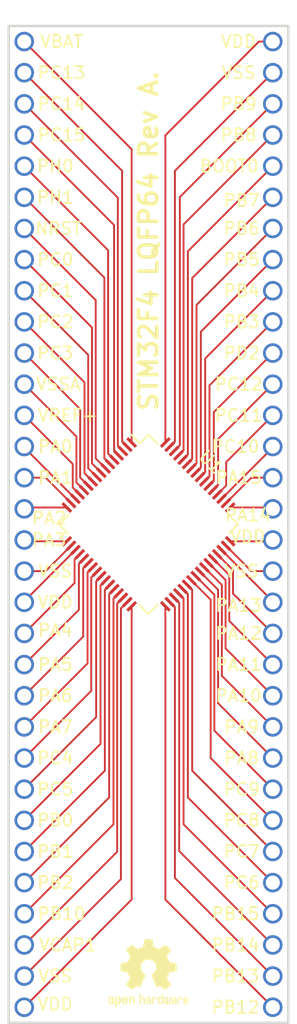
<source format=kicad_pcb>
(kicad_pcb (version 20171130) (host pcbnew 5.0.0-rc2-dev-unknown-4202bb6~64~ubuntu16.04.1)

  (general
    (thickness 1.6)
    (drawings 5)
    (tracks 226)
    (zones 0)
    (modules 66)
    (nets 66)
  )

  (page A4)
  (layers
    (0 F.Cu signal)
    (31 B.Cu signal)
    (32 B.Adhes user)
    (33 F.Adhes user)
    (34 B.Paste user)
    (35 F.Paste user)
    (36 B.SilkS user)
    (37 F.SilkS user)
    (38 B.Mask user)
    (39 F.Mask user)
    (40 Dwgs.User user)
    (41 Cmts.User user)
    (42 Eco1.User user)
    (43 Eco2.User user)
    (44 Edge.Cuts user)
    (45 Margin user)
    (46 B.CrtYd user)
    (47 F.CrtYd user)
    (48 B.Fab user)
    (49 F.Fab user)
  )

  (setup
    (last_trace_width 0.1524)
    (trace_clearance 0.1524)
    (zone_clearance 0.508)
    (zone_45_only no)
    (trace_min 0.1524)
    (segment_width 0.2)
    (edge_width 0.15)
    (via_size 0.6858)
    (via_drill 0.3302)
    (via_min_size 0.6858)
    (via_min_drill 0.3302)
    (uvia_size 0.6858)
    (uvia_drill 0.3302)
    (uvias_allowed no)
    (uvia_min_size 0.2)
    (uvia_min_drill 0.1)
    (pcb_text_width 0.3)
    (pcb_text_size 1.5 1.5)
    (mod_edge_width 0.15)
    (mod_text_size 1 1)
    (mod_text_width 0.15)
    (pad_size 1.524 1.524)
    (pad_drill 0.762)
    (pad_to_mask_clearance 0.2)
    (aux_axis_origin 0 0)
    (visible_elements FFFFFF7F)
    (pcbplotparams
      (layerselection 0x010fc_ffffffff)
      (usegerberextensions false)
      (usegerberattributes false)
      (usegerberadvancedattributes false)
      (creategerberjobfile false)
      (excludeedgelayer true)
      (linewidth 0.100000)
      (plotframeref false)
      (viasonmask false)
      (mode 1)
      (useauxorigin false)
      (hpglpennumber 1)
      (hpglpenspeed 20)
      (hpglpendiameter 15)
      (psnegative false)
      (psa4output false)
      (plotreference true)
      (plotvalue true)
      (plotinvisibletext false)
      (padsonsilk false)
      (subtractmaskfromsilk false)
      (outputformat 1)
      (mirror false)
      (drillshape 1)
      (scaleselection 1)
      (outputdirectory ""))
  )

  (net 0 "")
  (net 1 "Net-(J1-Pad1)")
  (net 2 "Net-(J2-Pad1)")
  (net 3 "Net-(J3-Pad1)")
  (net 4 "Net-(J4-Pad1)")
  (net 5 "Net-(J5-Pad1)")
  (net 6 "Net-(J6-Pad1)")
  (net 7 "Net-(J7-Pad1)")
  (net 8 "Net-(J8-Pad1)")
  (net 9 "Net-(J9-Pad1)")
  (net 10 "Net-(J10-Pad1)")
  (net 11 "Net-(J11-Pad1)")
  (net 12 "Net-(J12-Pad1)")
  (net 13 "Net-(J13-Pad1)")
  (net 14 "Net-(J14-Pad1)")
  (net 15 "Net-(J15-Pad1)")
  (net 16 "Net-(J16-Pad1)")
  (net 17 "Net-(J17-Pad1)")
  (net 18 "Net-(J18-Pad1)")
  (net 19 "Net-(J19-Pad1)")
  (net 20 "Net-(J20-Pad1)")
  (net 21 "Net-(J21-Pad1)")
  (net 22 "Net-(J22-Pad1)")
  (net 23 "Net-(J23-Pad1)")
  (net 24 "Net-(J24-Pad1)")
  (net 25 "Net-(J25-Pad1)")
  (net 26 "Net-(J26-Pad1)")
  (net 27 "Net-(J27-Pad1)")
  (net 28 "Net-(J28-Pad1)")
  (net 29 "Net-(J29-Pad1)")
  (net 30 "Net-(J30-Pad1)")
  (net 31 "Net-(J31-Pad1)")
  (net 32 "Net-(J32-Pad1)")
  (net 33 "Net-(J33-Pad1)")
  (net 34 "Net-(J34-Pad1)")
  (net 35 "Net-(J35-Pad1)")
  (net 36 "Net-(J36-Pad1)")
  (net 37 "Net-(J37-Pad1)")
  (net 38 "Net-(J38-Pad1)")
  (net 39 "Net-(J39-Pad1)")
  (net 40 "Net-(J40-Pad1)")
  (net 41 "Net-(J41-Pad1)")
  (net 42 "Net-(J42-Pad1)")
  (net 43 "Net-(J43-Pad1)")
  (net 44 "Net-(J44-Pad1)")
  (net 45 "Net-(J45-Pad1)")
  (net 46 "Net-(J46-Pad1)")
  (net 47 "Net-(J47-Pad1)")
  (net 48 "Net-(J48-Pad1)")
  (net 49 "Net-(J49-Pad1)")
  (net 50 "Net-(J50-Pad1)")
  (net 51 "Net-(J51-Pad1)")
  (net 52 "Net-(J52-Pad1)")
  (net 53 "Net-(J53-Pad1)")
  (net 54 "Net-(J54-Pad1)")
  (net 55 "Net-(J55-Pad1)")
  (net 56 "Net-(J56-Pad1)")
  (net 57 "Net-(J57-Pad1)")
  (net 58 "Net-(J58-Pad1)")
  (net 59 "Net-(J59-Pad1)")
  (net 60 "Net-(J60-Pad1)")
  (net 61 "Net-(J61-Pad1)")
  (net 62 "Net-(J62-Pad1)")
  (net 63 "Net-(J63-Pad1)")
  (net 64 "Net-(J64-Pad1)")
  (net 65 "Net-(PC13-Pad1)")

  (net_class Default "This is the default net class."
    (clearance 0.1524)
    (trace_width 0.1524)
    (via_dia 0.6858)
    (via_drill 0.3302)
    (uvia_dia 0.6858)
    (uvia_drill 0.3302)
    (add_net "Net-(J1-Pad1)")
    (add_net "Net-(J10-Pad1)")
    (add_net "Net-(J11-Pad1)")
    (add_net "Net-(J12-Pad1)")
    (add_net "Net-(J13-Pad1)")
    (add_net "Net-(J14-Pad1)")
    (add_net "Net-(J15-Pad1)")
    (add_net "Net-(J16-Pad1)")
    (add_net "Net-(J17-Pad1)")
    (add_net "Net-(J18-Pad1)")
    (add_net "Net-(J19-Pad1)")
    (add_net "Net-(J2-Pad1)")
    (add_net "Net-(J20-Pad1)")
    (add_net "Net-(J21-Pad1)")
    (add_net "Net-(J22-Pad1)")
    (add_net "Net-(J23-Pad1)")
    (add_net "Net-(J24-Pad1)")
    (add_net "Net-(J25-Pad1)")
    (add_net "Net-(J26-Pad1)")
    (add_net "Net-(J27-Pad1)")
    (add_net "Net-(J28-Pad1)")
    (add_net "Net-(J29-Pad1)")
    (add_net "Net-(J3-Pad1)")
    (add_net "Net-(J30-Pad1)")
    (add_net "Net-(J31-Pad1)")
    (add_net "Net-(J32-Pad1)")
    (add_net "Net-(J33-Pad1)")
    (add_net "Net-(J34-Pad1)")
    (add_net "Net-(J35-Pad1)")
    (add_net "Net-(J36-Pad1)")
    (add_net "Net-(J37-Pad1)")
    (add_net "Net-(J38-Pad1)")
    (add_net "Net-(J39-Pad1)")
    (add_net "Net-(J4-Pad1)")
    (add_net "Net-(J40-Pad1)")
    (add_net "Net-(J41-Pad1)")
    (add_net "Net-(J42-Pad1)")
    (add_net "Net-(J43-Pad1)")
    (add_net "Net-(J44-Pad1)")
    (add_net "Net-(J45-Pad1)")
    (add_net "Net-(J46-Pad1)")
    (add_net "Net-(J47-Pad1)")
    (add_net "Net-(J48-Pad1)")
    (add_net "Net-(J49-Pad1)")
    (add_net "Net-(J5-Pad1)")
    (add_net "Net-(J50-Pad1)")
    (add_net "Net-(J51-Pad1)")
    (add_net "Net-(J52-Pad1)")
    (add_net "Net-(J53-Pad1)")
    (add_net "Net-(J54-Pad1)")
    (add_net "Net-(J55-Pad1)")
    (add_net "Net-(J56-Pad1)")
    (add_net "Net-(J57-Pad1)")
    (add_net "Net-(J58-Pad1)")
    (add_net "Net-(J59-Pad1)")
    (add_net "Net-(J6-Pad1)")
    (add_net "Net-(J60-Pad1)")
    (add_net "Net-(J61-Pad1)")
    (add_net "Net-(J62-Pad1)")
    (add_net "Net-(J63-Pad1)")
    (add_net "Net-(J64-Pad1)")
    (add_net "Net-(J7-Pad1)")
    (add_net "Net-(J8-Pad1)")
    (add_net "Net-(J9-Pad1)")
    (add_net "Net-(PC13-Pad1)")
  )

  (module connector:Conn_1pin_2.54mm (layer F.Cu) (tedit 5ADEA7D0) (tstamp 5ADEA15E)
    (at 66.04 52.07)
    (path /5ADC8F33)
    (fp_text reference NRST (at 2.794 0) (layer F.SilkS)
      (effects (font (size 1 1) (thickness 0.15)))
    )
    (fp_text value Conn (at 0 -2.54) (layer F.Fab)
      (effects (font (size 1 1) (thickness 0.15)))
    )
    (pad 1 thru_hole circle (at 0 0) (size 1.6 1.6) (drill 1.15) (layers *.Cu *.Mask)
      (net 1 "Net-(J1-Pad1)"))
  )

  (module connector:Conn_1pin_2.54mm (layer F.Cu) (tedit 5ADEAE33) (tstamp 5ADE9DDB)
    (at 86.36 46.99)
    (path /5ADC9012)
    (fp_text reference BOOT0 (at -3.556 0) (layer F.SilkS)
      (effects (font (size 1 1) (thickness 0.15)))
    )
    (fp_text value Conn (at 0 -2.54) (layer F.Fab)
      (effects (font (size 1 1) (thickness 0.15)))
    )
    (pad 1 thru_hole circle (at 0 0) (size 1.6 1.6) (drill 1.15) (layers *.Cu *.Mask)
      (net 2 "Net-(J2-Pad1)"))
  )

  (module connector:Conn_1pin_2.54mm (layer F.Cu) (tedit 5ADEA5EB) (tstamp 5ADEA25A)
    (at 66.04 36.83)
    (path /5ADC9036)
    (fp_text reference VBAT (at 3.048 0) (layer F.SilkS)
      (effects (font (size 1 1) (thickness 0.15)))
    )
    (fp_text value Conn (at 0 -2.54) (layer F.Fab)
      (effects (font (size 1 1) (thickness 0.15)))
    )
    (pad 1 thru_hole circle (at 0 0) (size 1.6 1.6) (drill 1.15) (layers *.Cu *.Mask)
      (net 3 "Net-(J3-Pad1)"))
  )

  (module connector:Conn_1pin_2.54mm (layer F.Cu) (tedit 5ADEA896) (tstamp 5ADEA1D6)
    (at 66.04 67.31)
    (path /5ADC904D)
    (fp_text reference VREF+ (at 3.556 0) (layer F.SilkS)
      (effects (font (size 1 1) (thickness 0.15)))
    )
    (fp_text value Conn (at 0 -2.54) (layer F.Fab)
      (effects (font (size 1 1) (thickness 0.15)))
    )
    (pad 1 thru_hole circle (at 0 0) (size 1.6 1.6) (drill 1.15) (layers *.Cu *.Mask)
      (net 4 "Net-(J4-Pad1)"))
  )

  (module connector:Conn_1pin_2.54mm (layer F.Cu) (tedit 5ADEAB08) (tstamp 5ADEA146)
    (at 66.04 110.49)
    (path /5ADC9493)
    (fp_text reference VCAP1 (at 3.556 0) (layer F.SilkS)
      (effects (font (size 1 1) (thickness 0.15)))
    )
    (fp_text value Conn (at 0 -2.54) (layer F.Fab)
      (effects (font (size 1 1) (thickness 0.15)))
    )
    (pad 1 thru_hole circle (at 0 0) (size 1.6 1.6) (drill 1.15) (layers *.Cu *.Mask)
      (net 5 "Net-(J5-Pad1)"))
  )

  (module connector:Conn_1pin_2.54mm (layer F.Cu) (tedit 5ADEA790) (tstamp 5ADEA242)
    (at 66.04 46.99)
    (path /5ADC9250)
    (fp_text reference PH0 (at 2.54 0) (layer F.SilkS)
      (effects (font (size 1 1) (thickness 0.15)))
    )
    (fp_text value Conn (at 0 -2.54) (layer F.Fab)
      (effects (font (size 1 1) (thickness 0.15)))
    )
    (pad 1 thru_hole circle (at 0 0) (size 1.6 1.6) (drill 1.15) (layers *.Cu *.Mask)
      (net 6 "Net-(J6-Pad1)"))
  )

  (module connector:Conn_1pin_2.54mm (layer F.Cu) (tedit 5ADEA79E) (tstamp 5ADEA7D0)
    (at 66.04 49.53)
    (path /5ADC92AE)
    (fp_text reference PH1 (at 2.54 0) (layer F.SilkS)
      (effects (font (size 1 1) (thickness 0.15)))
    )
    (fp_text value Conn (at 0 -2.54) (layer F.Fab)
      (effects (font (size 1 1) (thickness 0.15)))
    )
    (pad 1 thru_hole circle (at 0 0) (size 1.6 1.6) (drill 1.15) (layers *.Cu *.Mask)
      (net 7 "Net-(J7-Pad1)"))
  )

  (module connector:Conn_1pin_2.54mm (layer F.Cu) (tedit 5ADEADAF) (tstamp 5ADE9E77)
    (at 86.36 62.23)
    (path /5ADC9317)
    (fp_text reference PD2 (at -2.54 0) (layer F.SilkS)
      (effects (font (size 1 1) (thickness 0.15)))
    )
    (fp_text value Conn (at 0 -2.54) (layer F.Fab)
      (effects (font (size 1 1) (thickness 0.15)))
    )
    (pad 1 thru_hole circle (at 0 0) (size 1.6 1.6) (drill 1.15) (layers *.Cu *.Mask)
      (net 8 "Net-(J8-Pad1)"))
  )

  (module connector:Conn_1pin_2.54mm (layer F.Cu) (tedit 5ADEA7F2) (tstamp 5ADEA16A)
    (at 66.04 54.61)
    (path /5ADC96C7)
    (fp_text reference PC0 (at 2.54 0) (layer F.SilkS)
      (effects (font (size 1 1) (thickness 0.15)))
    )
    (fp_text value Conn (at 0 -2.54) (layer F.Fab)
      (effects (font (size 1 1) (thickness 0.15)))
    )
    (pad 1 thru_hole circle (at 0 0) (size 1.6 1.6) (drill 1.15) (layers *.Cu *.Mask)
      (net 9 "Net-(J9-Pad1)"))
  )

  (module connector:Conn_1pin_2.54mm (layer F.Cu) (tedit 5ADEA802) (tstamp 5ADEA176)
    (at 66.04 57.15)
    (path /5ADC9748)
    (fp_text reference PC1 (at 2.54 0) (layer F.SilkS)
      (effects (font (size 1 1) (thickness 0.15)))
    )
    (fp_text value Conn (at 0 -2.54) (layer F.Fab)
      (effects (font (size 1 1) (thickness 0.15)))
    )
    (pad 1 thru_hole circle (at 0 0) (size 1.6 1.6) (drill 1.15) (layers *.Cu *.Mask)
      (net 10 "Net-(J10-Pad1)"))
  )

  (module connector:Conn_1pin_2.54mm (layer F.Cu) (tedit 5ADEA81E) (tstamp 5ADEA21E)
    (at 66.04 59.69)
    (path /5ADC97BC)
    (fp_text reference PC2 (at 2.54 0) (layer F.SilkS)
      (effects (font (size 1 1) (thickness 0.15)))
    )
    (fp_text value Conn (at 0 -2.54) (layer F.Fab)
      (effects (font (size 1 1) (thickness 0.15)))
    )
    (pad 1 thru_hole circle (at 0 0) (size 1.6 1.6) (drill 1.15) (layers *.Cu *.Mask)
      (net 11 "Net-(J11-Pad1)"))
  )

  (module connector:Conn_1pin_2.54mm (layer F.Cu) (tedit 5ADEA82F) (tstamp 5ADEA7E6)
    (at 66.04 62.23)
    (path /5ADC9836)
    (fp_text reference PC3 (at 2.54 0) (layer F.SilkS)
      (effects (font (size 1 1) (thickness 0.15)))
    )
    (fp_text value Conn (at 0 -2.54) (layer F.Fab)
      (effects (font (size 1 1) (thickness 0.15)))
    )
    (pad 1 thru_hole circle (at 0 0) (size 1.6 1.6) (drill 1.15) (layers *.Cu *.Mask)
      (net 12 "Net-(J12-Pad1)"))
  )

  (module connector:Conn_1pin_2.54mm (layer F.Cu) (tedit 5ADEAA2E) (tstamp 5ADEA1BE)
    (at 66.04 95.25)
    (path /5ADC9B6C)
    (fp_text reference PC4 (at 2.54 0) (layer F.SilkS)
      (effects (font (size 1 1) (thickness 0.15)))
    )
    (fp_text value Conn (at 0 -2.54) (layer F.Fab)
      (effects (font (size 1 1) (thickness 0.15)))
    )
    (pad 1 thru_hole circle (at 0 0) (size 1.6 1.6) (drill 1.15) (layers *.Cu *.Mask)
      (net 13 "Net-(J13-Pad1)"))
  )

  (module connector:Conn_1pin_2.54mm (layer F.Cu) (tedit 5ADEAA3A) (tstamp 5ADEA212)
    (at 66.04 97.79)
    (path /5ADC9C4D)
    (fp_text reference PC5 (at 2.54 0) (layer F.SilkS)
      (effects (font (size 1 1) (thickness 0.15)))
    )
    (fp_text value Conn (at 0 -2.54) (layer F.Fab)
      (effects (font (size 1 1) (thickness 0.15)))
    )
    (pad 1 thru_hole circle (at 0 0) (size 1.6 1.6) (drill 1.15) (layers *.Cu *.Mask)
      (net 14 "Net-(J14-Pad1)"))
  )

  (module connector:Conn_1pin_2.54mm (layer F.Cu) (tedit 5ADEAC3F) (tstamp 5ADCBAC1)
    (at 86.36 105.41)
    (path /5ADC9D2F)
    (fp_text reference PC6 (at -2.54 0) (layer F.SilkS)
      (effects (font (size 1 1) (thickness 0.15)))
    )
    (fp_text value Conn (at 0 -2.54) (layer F.Fab)
      (effects (font (size 1 1) (thickness 0.15)))
    )
    (pad 1 thru_hole circle (at 0 0) (size 1.6 1.6) (drill 1.15) (layers *.Cu *.Mask)
      (net 15 "Net-(J15-Pad1)"))
  )

  (module connector:Conn_1pin_2.54mm (layer F.Cu) (tedit 5ADEAC4B) (tstamp 5ADE9FB2)
    (at 86.36 102.87)
    (path /5ADC9E12)
    (fp_text reference PC7 (at -2.54 0) (layer F.SilkS)
      (effects (font (size 1 1) (thickness 0.15)))
    )
    (fp_text value Conn (at 0 -2.54) (layer F.Fab)
      (effects (font (size 1 1) (thickness 0.15)))
    )
    (pad 1 thru_hole circle (at 0 0) (size 1.6 1.6) (drill 1.15) (layers *.Cu *.Mask)
      (net 16 "Net-(J16-Pad1)"))
  )

  (module connector:Conn_1pin_2.54mm (layer F.Cu) (tedit 5ADEAC60) (tstamp 5ADCAE5A)
    (at 86.36 100.33)
    (path /5ADC9EFA)
    (fp_text reference PC8 (at -2.54 0) (layer F.SilkS)
      (effects (font (size 1 1) (thickness 0.15)))
    )
    (fp_text value Conn (at 0 -2.54) (layer F.Fab)
      (effects (font (size 1 1) (thickness 0.15)))
    )
    (pad 1 thru_hole circle (at 0 0) (size 1.6 1.6) (drill 1.15) (layers *.Cu *.Mask)
      (net 17 "Net-(J17-Pad1)"))
  )

  (module connector:Conn_1pin_2.54mm (layer F.Cu) (tedit 5ADEAC6F) (tstamp 5ADCAE5F)
    (at 86.36 97.79)
    (path /5ADC9FE9)
    (fp_text reference PC9 (at -2.54 0) (layer F.SilkS)
      (effects (font (size 1 1) (thickness 0.15)))
    )
    (fp_text value Conn (at 0 -2.54) (layer F.Fab)
      (effects (font (size 1 1) (thickness 0.15)))
    )
    (pad 1 thru_hole circle (at 0 0) (size 1.6 1.6) (drill 1.15) (layers *.Cu *.Mask)
      (net 18 "Net-(J18-Pad1)"))
  )

  (module connector:Conn_1pin_2.54mm (layer F.Cu) (tedit 5ADEAD6B) (tstamp 5ADE9E0B)
    (at 86.36 69.85)
    (path /5ADCA0CF)
    (fp_text reference PC10 (at -3.048 0) (layer F.SilkS)
      (effects (font (size 1 1) (thickness 0.15)))
    )
    (fp_text value Conn (at 0 -2.54) (layer F.Fab)
      (effects (font (size 1 1) (thickness 0.15)))
    )
    (pad 1 thru_hole circle (at 0 0) (size 1.6 1.6) (drill 1.15) (layers *.Cu *.Mask)
      (net 19 "Net-(J19-Pad1)"))
  )

  (module connector:Conn_1pin_2.54mm (layer F.Cu) (tedit 5ADEAD7D) (tstamp 5ADE9E53)
    (at 86.36 67.31)
    (path /5ADCA1BA)
    (fp_text reference PC11 (at -2.794 0) (layer F.SilkS)
      (effects (font (size 1 1) (thickness 0.15)))
    )
    (fp_text value Conn (at 0 -2.54) (layer F.Fab)
      (effects (font (size 1 1) (thickness 0.15)))
    )
    (pad 1 thru_hole circle (at 0 0) (size 1.6 1.6) (drill 1.15) (layers *.Cu *.Mask)
      (net 20 "Net-(J20-Pad1)"))
  )

  (module connector:Conn_1pin_2.54mm (layer F.Cu) (tedit 5ADEAD8B) (tstamp 5ADE9E47)
    (at 86.36 64.77)
    (path /5ADCA2A4)
    (fp_text reference PC12 (at -2.794 0) (layer F.SilkS)
      (effects (font (size 1 1) (thickness 0.15)))
    )
    (fp_text value Conn (at 0 -2.54) (layer F.Fab)
      (effects (font (size 1 1) (thickness 0.15)))
    )
    (pad 1 thru_hole circle (at 0 0) (size 1.6 1.6) (drill 1.15) (layers *.Cu *.Mask)
      (net 21 "Net-(J21-Pad1)"))
  )

  (module connector:Conn_1pin_2.54mm (layer F.Cu) (tedit 5ADEA666) (tstamp 5ADEA152)
    (at 66.04 39.37)
    (path /5ADCA38D)
    (fp_text reference PC13 (at 3.048 0) (layer F.SilkS)
      (effects (font (size 1 1) (thickness 0.15)))
    )
    (fp_text value Conn (at 0 -2.54) (layer F.Fab)
      (effects (font (size 1 1) (thickness 0.15)))
    )
    (pad 1 thru_hole circle (at 0 0) (size 1.6 1.6) (drill 1.15) (layers *.Cu *.Mask)
      (net 22 "Net-(J22-Pad1)"))
  )

  (module connector:Conn_1pin_2.54mm (layer F.Cu) (tedit 5ADEA756) (tstamp 5ADEA24E)
    (at 66.04 41.91)
    (path /5ADCA479)
    (fp_text reference PC14 (at 3.048 0) (layer F.SilkS)
      (effects (font (size 1 1) (thickness 0.15)))
    )
    (fp_text value Conn (at 0 -2.54) (layer F.Fab)
      (effects (font (size 1 1) (thickness 0.15)))
    )
    (pad 1 thru_hole circle (at 0 0) (size 1.6 1.6) (drill 1.15) (layers *.Cu *.Mask)
      (net 23 "Net-(J23-Pad1)"))
  )

  (module connector:Conn_1pin_2.54mm (layer F.Cu) (tedit 5ADEA77D) (tstamp 5ADEA1FA)
    (at 66.04 44.45)
    (path /5ADCA564)
    (fp_text reference PC15 (at 3.048 0) (layer F.SilkS)
      (effects (font (size 1 1) (thickness 0.15)))
    )
    (fp_text value Conn (at 0 -2.54) (layer F.Fab)
      (effects (font (size 1 1) (thickness 0.15)))
    )
    (pad 1 thru_hole circle (at 0 0) (size 1.6 1.6) (drill 1.15) (layers *.Cu *.Mask)
      (net 24 "Net-(J24-Pad1)"))
  )

  (module connector:Conn_1pin_2.54mm (layer F.Cu) (tedit 5ADEA9A8) (tstamp 5ADEA1E2)
    (at 66.04 82.55)
    (path /5ADCC49E)
    (fp_text reference VDD (at 2.54 0) (layer F.SilkS)
      (effects (font (size 1 1) (thickness 0.15)))
    )
    (fp_text value Conn (at 0 -2.54) (layer F.Fab)
      (effects (font (size 1 1) (thickness 0.15)))
    )
    (pad 1 thru_hole circle (at 0 0) (size 1.6 1.6) (drill 1.15) (layers *.Cu *.Mask)
      (net 25 "Net-(J25-Pad1)"))
  )

  (module connector:Conn_1pin_2.54mm (layer F.Cu) (tedit 5ADEA985) (tstamp 5ADEA296)
    (at 66.04 80.01)
    (path /5ADCFA3E)
    (fp_text reference VSS (at 2.54 0) (layer F.SilkS)
      (effects (font (size 1 1) (thickness 0.15)))
    )
    (fp_text value Conn (at 0 -2.54) (layer F.Fab)
      (effects (font (size 1 1) (thickness 0.15)))
    )
    (pad 1 thru_hole circle (at 0 0) (size 1.6 1.6) (drill 1.15) (layers *.Cu *.Mask)
      (net 26 "Net-(J26-Pad1)"))
  )

  (module connector:Conn_1pin_2.54mm (layer F.Cu) (tedit 5ADEAB28) (tstamp 5ADEA13A)
    (at 66.04 115.57)
    (path /5ADCDCF8)
    (fp_text reference VDD (at 2.54 -0.254) (layer F.SilkS)
      (effects (font (size 1 1) (thickness 0.15)))
    )
    (fp_text value Conn (at 0 -2.54) (layer F.Fab)
      (effects (font (size 1 1) (thickness 0.15)))
    )
    (pad 1 thru_hole circle (at 0 0) (size 1.6 1.6) (drill 1.15) (layers *.Cu *.Mask)
      (net 27 "Net-(J27-Pad1)"))
  )

  (module connector:Conn_1pin_2.54mm (layer F.Cu) (tedit 5ADEAB1D) (tstamp 5ADEA1CA)
    (at 66.04 113.03)
    (path /5ADD06C5)
    (fp_text reference VSS (at 2.54 0) (layer F.SilkS)
      (effects (font (size 1 1) (thickness 0.15)))
    )
    (fp_text value Conn (at 0 -2.54) (layer F.Fab)
      (effects (font (size 1 1) (thickness 0.15)))
    )
    (pad 1 thru_hole circle (at 0 0) (size 1.6 1.6) (drill 1.15) (layers *.Cu *.Mask)
      (net 28 "Net-(J28-Pad1)"))
  )

  (module connector:Conn_1pin_2.54mm (layer F.Cu) (tedit 5ADEAD1B) (tstamp 5ADCAE96)
    (at 86.36 77.47)
    (path /5ADCE05C)
    (fp_text reference VDD (at -2.032 -0.254) (layer F.SilkS)
      (effects (font (size 1 1) (thickness 0.15)))
    )
    (fp_text value Conn (at 0 -2.54) (layer F.Fab)
      (effects (font (size 1 1) (thickness 0.15)))
    )
    (pad 1 thru_hole circle (at 0 0) (size 1.6 1.6) (drill 1.15) (layers *.Cu *.Mask)
      (net 29 "Net-(J29-Pad1)"))
  )

  (module connector:Conn_1pin_2.54mm (layer F.Cu) (tedit 5ADEAD09) (tstamp 5ADE9B9E)
    (at 86.36 80.01)
    (path /5ADD0A54)
    (fp_text reference VSS (at -2.54 0) (layer F.SilkS)
      (effects (font (size 1 1) (thickness 0.15)))
    )
    (fp_text value Conn (at 0 -2.54) (layer F.Fab)
      (effects (font (size 1 1) (thickness 0.15)))
    )
    (pad 1 thru_hole circle (at 0 0) (size 1.6 1.6) (drill 1.15) (layers *.Cu *.Mask)
      (net 30 "Net-(J30-Pad1)"))
  )

  (module connector:Conn_1pin_2.54mm (layer F.Cu) (tedit 5ADEAE61) (tstamp 5ADE9DF3)
    (at 86.36 36.83)
    (path /5ADCE3C5)
    (fp_text reference VDD (at -2.794 0) (layer F.SilkS)
      (effects (font (size 1 1) (thickness 0.15)))
    )
    (fp_text value Conn (at 0 -2.54) (layer F.Fab)
      (effects (font (size 1 1) (thickness 0.15)))
    )
    (pad 1 thru_hole circle (at 0 0) (size 1.6 1.6) (drill 1.15) (layers *.Cu *.Mask)
      (net 31 "Net-(J31-Pad1)"))
  )

  (module connector:Conn_1pin_2.54mm (layer F.Cu) (tedit 5ADEAE58) (tstamp 5ADE9E23)
    (at 86.36 39.37)
    (path /5ADD0DE4)
    (fp_text reference VSS (at -2.794 0) (layer F.SilkS)
      (effects (font (size 1 1) (thickness 0.15)))
    )
    (fp_text value Conn (at 0 -2.54) (layer F.Fab)
      (effects (font (size 1 1) (thickness 0.15)))
    )
    (pad 1 thru_hole circle (at 0 0) (size 1.6 1.6) (drill 1.15) (layers *.Cu *.Mask)
      (net 32 "Net-(J32-Pad1)"))
  )

  (module connector:Conn_1pin_2.54mm (layer F.Cu) (tedit 5ADEA859) (tstamp 5ADEA18E)
    (at 66.04 64.77)
    (path /5ADD1175)
    (fp_text reference VSSA (at 2.794 0) (layer F.SilkS)
      (effects (font (size 1 1) (thickness 0.15)))
    )
    (fp_text value Conn (at 0 -2.54) (layer F.Fab)
      (effects (font (size 1 1) (thickness 0.15)))
    )
    (pad 1 thru_hole circle (at 0 0) (size 1.6 1.6) (drill 1.15) (layers *.Cu *.Mask)
      (net 33 "Net-(J33-Pad1)"))
  )

  (module connector:Conn_1pin_2.54mm (layer F.Cu) (tedit 5ADEA8B9) (tstamp 5ADEA266)
    (at 66.04 69.85)
    (path /5ADD2AD6)
    (fp_text reference PA0 (at 2.54 0) (layer F.SilkS)
      (effects (font (size 1 1) (thickness 0.15)))
    )
    (fp_text value Conn (at 0 -2.54) (layer F.Fab)
      (effects (font (size 1 1) (thickness 0.15)))
    )
    (pad 1 thru_hole circle (at 0 0) (size 1.6 1.6) (drill 1.15) (layers *.Cu *.Mask)
      (net 34 "Net-(J34-Pad1)"))
  )

  (module connector:Conn_1pin_2.54mm (layer F.Cu) (tedit 5ADEA8D9) (tstamp 5ADEA122)
    (at 66.04 72.39)
    (path /5ADD346E)
    (fp_text reference PA1 (at 2.54 0) (layer F.SilkS)
      (effects (font (size 1 1) (thickness 0.15)))
    )
    (fp_text value Conn (at 0 -2.54) (layer F.Fab)
      (effects (font (size 1 1) (thickness 0.15)))
    )
    (pad 1 thru_hole circle (at 0 0) (size 1.6 1.6) (drill 1.15) (layers *.Cu *.Mask)
      (net 35 "Net-(J35-Pad1)"))
  )

  (module connector:Conn_1pin_2.54mm (layer F.Cu) (tedit 5ADEA93A) (tstamp 5ADEAE1D)
    (at 66.04 74.93)
    (path /5ADD3859)
    (fp_text reference PA2 (at 2.032 0.762) (layer F.SilkS)
      (effects (font (size 1 1) (thickness 0.15)))
    )
    (fp_text value Conn (at 0 -2.54) (layer F.Fab)
      (effects (font (size 1 1) (thickness 0.15)))
    )
    (pad 1 thru_hole circle (at 0 0) (size 1.6 1.6) (drill 1.15) (layers *.Cu *.Mask)
      (net 36 "Net-(J36-Pad1)"))
  )

  (module connector:Conn_1pin_2.54mm (layer F.Cu) (tedit 5ADEA952) (tstamp 5ADEA28A)
    (at 66.04 77.47)
    (path /5ADD3C49)
    (fp_text reference PA3 (at 2.032 0) (layer F.SilkS)
      (effects (font (size 1 1) (thickness 0.15)))
    )
    (fp_text value Conn (at 0 -2.54) (layer F.Fab)
      (effects (font (size 1 1) (thickness 0.15)))
    )
    (pad 1 thru_hole circle (at 0 0) (size 1.6 1.6) (drill 1.15) (layers *.Cu *.Mask)
      (net 37 "Net-(J37-Pad1)"))
  )

  (module connector:Conn_1pin_2.54mm (layer F.Cu) (tedit 5ADEA9BE) (tstamp 5ADEA12E)
    (at 66.04 85.09)
    (path /5ADD4036)
    (fp_text reference PA4 (at 2.54 -0.254) (layer F.SilkS)
      (effects (font (size 1 1) (thickness 0.15)))
    )
    (fp_text value Conn (at 0 -2.54) (layer F.Fab)
      (effects (font (size 1 1) (thickness 0.15)))
    )
    (pad 1 thru_hole circle (at 0 0) (size 1.6 1.6) (drill 1.15) (layers *.Cu *.Mask)
      (net 38 "Net-(J38-Pad1)"))
  )

  (module connector:Conn_1pin_2.54mm (layer F.Cu) (tedit 5ADEA9D3) (tstamp 5ADEA1B2)
    (at 66.04 87.63)
    (path /5ADD4424)
    (fp_text reference PA5 (at 2.54 0) (layer F.SilkS)
      (effects (font (size 1 1) (thickness 0.15)))
    )
    (fp_text value Conn (at 0 -2.54) (layer F.Fab)
      (effects (font (size 1 1) (thickness 0.15)))
    )
    (pad 1 thru_hole circle (at 0 0) (size 1.6 1.6) (drill 1.15) (layers *.Cu *.Mask)
      (net 39 "Net-(J39-Pad1)"))
  )

  (module connector:Conn_1pin_2.54mm (layer F.Cu) (tedit 5ADEA9F7) (tstamp 5ADEA236)
    (at 66.04 90.17)
    (path /5ADD4813)
    (fp_text reference PA6 (at 2.54 0) (layer F.SilkS)
      (effects (font (size 1 1) (thickness 0.15)))
    )
    (fp_text value Conn (at 0 -2.54) (layer F.Fab)
      (effects (font (size 1 1) (thickness 0.15)))
    )
    (pad 1 thru_hole circle (at 0 0) (size 1.6 1.6) (drill 1.15) (layers *.Cu *.Mask)
      (net 40 "Net-(J40-Pad1)"))
  )

  (module connector:Conn_1pin_2.54mm (layer F.Cu) (tedit 5ADEAA0B) (tstamp 5ADEA182)
    (at 66.04 92.71)
    (path /5ADD4C03)
    (fp_text reference PA7 (at 2.54 0) (layer F.SilkS)
      (effects (font (size 1 1) (thickness 0.15)))
    )
    (fp_text value Conn (at 0 -2.54) (layer F.Fab)
      (effects (font (size 1 1) (thickness 0.15)))
    )
    (pad 1 thru_hole circle (at 0 0) (size 1.6 1.6) (drill 1.15) (layers *.Cu *.Mask)
      (net 41 "Net-(J41-Pad1)"))
  )

  (module connector:Conn_1pin_2.54mm (layer F.Cu) (tedit 5ADEAC8B) (tstamp 5ADCAED7)
    (at 86.36 95.25)
    (path /5ADD4FF4)
    (fp_text reference PA8 (at -2.54 0) (layer F.SilkS)
      (effects (font (size 1 1) (thickness 0.15)))
    )
    (fp_text value Conn (at 0 -2.54) (layer F.Fab)
      (effects (font (size 1 1) (thickness 0.15)))
    )
    (pad 1 thru_hole circle (at 0 0) (size 1.6 1.6) (drill 1.15) (layers *.Cu *.Mask)
      (net 42 "Net-(J42-Pad1)"))
  )

  (module connector:Conn_1pin_2.54mm (layer F.Cu) (tedit 5ADEAC9B) (tstamp 5ADCAEDC)
    (at 86.36 92.71)
    (path /5ADD53E6)
    (fp_text reference PA9 (at -2.54 0) (layer F.SilkS)
      (effects (font (size 1 1) (thickness 0.15)))
    )
    (fp_text value Conn (at 0 -2.54) (layer F.Fab)
      (effects (font (size 1 1) (thickness 0.15)))
    )
    (pad 1 thru_hole circle (at 0 0) (size 1.6 1.6) (drill 1.15) (layers *.Cu *.Mask)
      (net 43 "Net-(J43-Pad1)"))
  )

  (module connector:Conn_1pin_2.54mm (layer F.Cu) (tedit 5ADEACAC) (tstamp 5ADCAEE1)
    (at 86.36 90.17)
    (path /5ADD57D9)
    (fp_text reference PA10 (at -2.794 0) (layer F.SilkS)
      (effects (font (size 1 1) (thickness 0.15)))
    )
    (fp_text value Conn (at 0 -2.54) (layer F.Fab)
      (effects (font (size 1 1) (thickness 0.15)))
    )
    (pad 1 thru_hole circle (at 0 0) (size 1.6 1.6) (drill 1.15) (layers *.Cu *.Mask)
      (net 44 "Net-(J44-Pad1)"))
  )

  (module connector:Conn_1pin_2.54mm (layer F.Cu) (tedit 5ADEACBE) (tstamp 5ADCAEE6)
    (at 86.36 87.63)
    (path /5ADD5BCD)
    (fp_text reference PA11 (at -2.794 0) (layer F.SilkS)
      (effects (font (size 1 1) (thickness 0.15)))
    )
    (fp_text value Conn (at 0 -2.54) (layer F.Fab)
      (effects (font (size 1 1) (thickness 0.15)))
    )
    (pad 1 thru_hole circle (at 0 0) (size 1.6 1.6) (drill 1.15) (layers *.Cu *.Mask)
      (net 45 "Net-(J45-Pad1)"))
  )

  (module connector:Conn_1pin_2.54mm (layer F.Cu) (tedit 5ADEACD1) (tstamp 5ADCAEEB)
    (at 86.36 85.09)
    (path /5ADD5FF1)
    (fp_text reference PA12 (at -2.794 0) (layer F.SilkS)
      (effects (font (size 1 1) (thickness 0.15)))
    )
    (fp_text value Conn (at 0 -2.54) (layer F.Fab)
      (effects (font (size 1 1) (thickness 0.15)))
    )
    (pad 1 thru_hole circle (at 0 0) (size 1.6 1.6) (drill 1.15) (layers *.Cu *.Mask)
      (net 46 "Net-(J46-Pad1)"))
  )

  (module connector:Conn_1pin_2.54mm (layer F.Cu) (tedit 5ADEACE7) (tstamp 5ADCAEF0)
    (at 86.36 82.55)
    (path /5ADD63E7)
    (fp_text reference PA13 (at -2.794 0.254) (layer F.SilkS)
      (effects (font (size 1 1) (thickness 0.15)))
    )
    (fp_text value Conn (at 0 -2.54) (layer F.Fab)
      (effects (font (size 1 1) (thickness 0.15)))
    )
    (pad 1 thru_hole circle (at 0 0) (size 1.6 1.6) (drill 1.15) (layers *.Cu *.Mask)
      (net 47 "Net-(J47-Pad1)"))
  )

  (module connector:Conn_1pin_2.54mm (layer F.Cu) (tedit 5ADEAD34) (tstamp 5ADE9DFF)
    (at 86.36 74.93)
    (path /5ADD67DE)
    (fp_text reference PA14 (at -2.032 0.508) (layer F.SilkS)
      (effects (font (size 1 1) (thickness 0.15)))
    )
    (fp_text value Conn (at 0 -2.54) (layer F.Fab)
      (effects (font (size 1 1) (thickness 0.15)))
    )
    (pad 1 thru_hole circle (at 0 0) (size 1.6 1.6) (drill 1.15) (layers *.Cu *.Mask)
      (net 48 "Net-(J48-Pad1)"))
  )

  (module connector:Conn_1pin_2.54mm (layer F.Cu) (tedit 5ADEAD50) (tstamp 5ADE9DE7)
    (at 86.36 72.39)
    (path /5ADD6C08)
    (fp_text reference PA15 (at -2.794 0) (layer F.SilkS)
      (effects (font (size 1 1) (thickness 0.15)))
    )
    (fp_text value Conn (at 0 -2.54) (layer F.Fab)
      (effects (font (size 1 1) (thickness 0.15)))
    )
    (pad 1 thru_hole circle (at 0 0) (size 1.6 1.6) (drill 1.15) (layers *.Cu *.Mask)
      (net 49 "Net-(J49-Pad1)"))
  )

  (module connector:Conn_1pin_2.54mm (layer F.Cu) (tedit 5ADEAA50) (tstamp 5ADEA272)
    (at 66.04 100.33)
    (path /5ADD7005)
    (fp_text reference PB0 (at 2.54 0) (layer F.SilkS)
      (effects (font (size 1 1) (thickness 0.15)))
    )
    (fp_text value Conn (at 0 -2.54) (layer F.Fab)
      (effects (font (size 1 1) (thickness 0.15)))
    )
    (pad 1 thru_hole circle (at 0 0) (size 1.6 1.6) (drill 1.15) (layers *.Cu *.Mask)
      (net 50 "Net-(J50-Pad1)"))
  )

  (module connector:Conn_1pin_2.54mm (layer F.Cu) (tedit 5ADEAA6B) (tstamp 5ADEA27E)
    (at 66.04 102.87)
    (path /5ADD7433)
    (fp_text reference PB1 (at 2.54 0) (layer F.SilkS)
      (effects (font (size 1 1) (thickness 0.15)))
    )
    (fp_text value Conn (at 0 -2.54) (layer F.Fab)
      (effects (font (size 1 1) (thickness 0.15)))
    )
    (pad 1 thru_hole circle (at 0 0) (size 1.6 1.6) (drill 1.15) (layers *.Cu *.Mask)
      (net 51 "Net-(J51-Pad1)"))
  )

  (module connector:Conn_1pin_2.54mm (layer F.Cu) (tedit 5ADEAA8A) (tstamp 5ADEA1EE)
    (at 66.04 105.41)
    (path /5ADD782E)
    (fp_text reference PB2 (at 2.54 0) (layer F.SilkS)
      (effects (font (size 1 1) (thickness 0.15)))
    )
    (fp_text value Conn (at 0 -2.54) (layer F.Fab)
      (effects (font (size 1 1) (thickness 0.15)))
    )
    (pad 1 thru_hole circle (at 0 0) (size 1.6 1.6) (drill 1.15) (layers *.Cu *.Mask)
      (net 52 "Net-(J52-Pad1)"))
  )

  (module connector:Conn_1pin_2.54mm (layer F.Cu) (tedit 5ADEADC9) (tstamp 5ADE9E2F)
    (at 86.36 59.69)
    (path /5ADD7C2A)
    (fp_text reference PB3 (at -2.54 0) (layer F.SilkS)
      (effects (font (size 1 1) (thickness 0.15)))
    )
    (fp_text value Conn (at 0 -2.54) (layer F.Fab)
      (effects (font (size 1 1) (thickness 0.15)))
    )
    (pad 1 thru_hole circle (at 0 0) (size 1.6 1.6) (drill 1.15) (layers *.Cu *.Mask)
      (net 53 "Net-(J53-Pad1)"))
  )

  (module connector:Conn_1pin_2.54mm (layer F.Cu) (tedit 5ADEADD8) (tstamp 5ADE9E17)
    (at 86.36 57.15)
    (path /5ADD805E)
    (fp_text reference PB4 (at -2.54 0) (layer F.SilkS)
      (effects (font (size 1 1) (thickness 0.15)))
    )
    (fp_text value Conn (at 0 -2.54) (layer F.Fab)
      (effects (font (size 1 1) (thickness 0.15)))
    )
    (pad 1 thru_hole circle (at 0 0) (size 1.6 1.6) (drill 1.15) (layers *.Cu *.Mask)
      (net 54 "Net-(J54-Pad1)"))
  )

  (module connector:Conn_1pin_2.54mm (layer F.Cu) (tedit 5ADEADEF) (tstamp 5ADE9E83)
    (at 86.36 54.61)
    (path /5ADD845C)
    (fp_text reference PB5 (at -2.54 0) (layer F.SilkS)
      (effects (font (size 1 1) (thickness 0.15)))
    )
    (fp_text value Conn (at 0 -2.54) (layer F.Fab)
      (effects (font (size 1 1) (thickness 0.15)))
    )
    (pad 1 thru_hole circle (at 0 0) (size 1.6 1.6) (drill 1.15) (layers *.Cu *.Mask)
      (net 55 "Net-(J55-Pad1)"))
  )

  (module connector:Conn_1pin_2.54mm (layer F.Cu) (tedit 5ADEAE01) (tstamp 5ADE9E3B)
    (at 86.36 52.07)
    (path /5ADD885B)
    (fp_text reference PB6 (at -2.54 0) (layer F.SilkS)
      (effects (font (size 1 1) (thickness 0.15)))
    )
    (fp_text value Conn (at 0 -2.54) (layer F.Fab)
      (effects (font (size 1 1) (thickness 0.15)))
    )
    (pad 1 thru_hole circle (at 0 0) (size 1.6 1.6) (drill 1.15) (layers *.Cu *.Mask)
      (net 56 "Net-(J56-Pad1)"))
  )

  (module connector:Conn_1pin_2.54mm (layer F.Cu) (tedit 5ADEAE12) (tstamp 5ADE9DCF)
    (at 86.36 49.53)
    (path /5ADD8C95)
    (fp_text reference PB7 (at -2.54 0.254) (layer F.SilkS)
      (effects (font (size 1 1) (thickness 0.15)))
    )
    (fp_text value Conn (at 0 -2.54) (layer F.Fab)
      (effects (font (size 1 1) (thickness 0.15)))
    )
    (pad 1 thru_hole circle (at 0 0) (size 1.6 1.6) (drill 1.15) (layers *.Cu *.Mask)
      (net 57 "Net-(J57-Pad1)"))
  )

  (module connector:Conn_1pin_2.54mm (layer F.Cu) (tedit 5ADEAE41) (tstamp 5ADE9E6B)
    (at 86.36 44.45)
    (path /5ADD9096)
    (fp_text reference PB8 (at -2.794 0) (layer F.SilkS)
      (effects (font (size 1 1) (thickness 0.15)))
    )
    (fp_text value Conn (at 0 -2.54) (layer F.Fab)
      (effects (font (size 1 1) (thickness 0.15)))
    )
    (pad 1 thru_hole circle (at 0 0) (size 1.6 1.6) (drill 1.15) (layers *.Cu *.Mask)
      (net 58 "Net-(J58-Pad1)"))
  )

  (module connector:Conn_1pin_2.54mm (layer F.Cu) (tedit 5ADEAE49) (tstamp 5ADE9E5F)
    (at 86.36 41.91)
    (path /5ADD9498)
    (fp_text reference PB9 (at -2.794 0) (layer F.SilkS)
      (effects (font (size 1 1) (thickness 0.15)))
    )
    (fp_text value Conn (at 0 -2.54) (layer F.Fab)
      (effects (font (size 1 1) (thickness 0.15)))
    )
    (pad 1 thru_hole circle (at 0 0) (size 1.6 1.6) (drill 1.15) (layers *.Cu *.Mask)
      (net 59 "Net-(J59-Pad1)"))
  )

  (module connector:Conn_1pin_2.54mm (layer F.Cu) (tedit 5ADEAAAA) (tstamp 5ADEA206)
    (at 66.04 107.95)
    (path /5ADD98D8)
    (fp_text reference PB10 (at 3.048 0) (layer F.SilkS)
      (effects (font (size 1 1) (thickness 0.15)))
    )
    (fp_text value Conn (at 0 -2.54) (layer F.Fab)
      (effects (font (size 1 1) (thickness 0.15)))
    )
    (pad 1 thru_hole circle (at 0 0) (size 1.6 1.6) (drill 1.15) (layers *.Cu *.Mask)
      (net 60 "Net-(J60-Pad1)"))
  )

  (module connector:Conn_1pin_2.54mm (layer F.Cu) (tedit 5ADEABF4) (tstamp 5ADE9FA6)
    (at 86.36 115.57)
    (path /5ADD9CDC)
    (fp_text reference PB12 (at -3.048 0) (layer F.SilkS)
      (effects (font (size 1 1) (thickness 0.15)))
    )
    (fp_text value Conn (at 0 -2.54) (layer F.Fab)
      (effects (font (size 1 1) (thickness 0.15)))
    )
    (pad 1 thru_hole circle (at 0 0) (size 1.6 1.6) (drill 1.15) (layers *.Cu *.Mask)
      (net 61 "Net-(J61-Pad1)"))
  )

  (module connector:Conn_1pin_2.54mm (layer F.Cu) (tedit 5ADEAC07) (tstamp 5ADE9FD6)
    (at 86.36 113.03)
    (path /5ADDA0E1)
    (fp_text reference PB13 (at -3.048 0) (layer F.SilkS)
      (effects (font (size 1 1) (thickness 0.15)))
    )
    (fp_text value Conn (at 0 -2.54) (layer F.Fab)
      (effects (font (size 1 1) (thickness 0.15)))
    )
    (pad 1 thru_hole circle (at 0 0) (size 1.6 1.6) (drill 1.15) (layers *.Cu *.Mask)
      (net 62 "Net-(J62-Pad1)"))
  )

  (module connector:Conn_1pin_2.54mm (layer F.Cu) (tedit 5ADEAC13) (tstamp 5ADE9FCA)
    (at 86.36 110.49)
    (path /5ADDA527)
    (fp_text reference PB14 (at -3.048 0) (layer F.SilkS)
      (effects (font (size 1 1) (thickness 0.15)))
    )
    (fp_text value Conn (at 0 -2.54) (layer F.Fab)
      (effects (font (size 1 1) (thickness 0.15)))
    )
    (pad 1 thru_hole circle (at 0 0) (size 1.6 1.6) (drill 1.15) (layers *.Cu *.Mask)
      (net 63 "Net-(J63-Pad1)"))
  )

  (module connector:Conn_1pin_2.54mm (layer F.Cu) (tedit 5ADEAC21) (tstamp 5ADE9FBE)
    (at 86.36 107.95)
    (path /5ADDA92E)
    (fp_text reference PB15 (at -3.048 0) (layer F.SilkS)
      (effects (font (size 1 1) (thickness 0.15)))
    )
    (fp_text value Conn (at 0 -2.54) (layer F.Fab)
      (effects (font (size 1 1) (thickness 0.15)))
    )
    (pad 1 thru_hole circle (at 0 0) (size 1.6 1.6) (drill 1.15) (layers *.Cu *.Mask)
      (net 64 "Net-(J64-Pad1)"))
  )

  (module Housings_QFP:LQFP-64_10x10mm_Pitch0.5mm (layer F.Cu) (tedit 58CC9A47) (tstamp 5ADCB811)
    (at 76.2 76.2 315)
    (descr "64 LEAD LQFP 10x10mm (see MICREL LQFP10x10-64LD-PL-1.pdf)")
    (tags "QFP 0.5")
    (path /5ADC8D39)
    (attr smd)
    (fp_text reference U1 (at 0 -7.2 315) (layer F.SilkS)
      (effects (font (size 1 1) (thickness 0.15)))
    )
    (fp_text value STM32F411RETx (at 0 7.2 315) (layer F.Fab)
      (effects (font (size 1 1) (thickness 0.15)))
    )
    (fp_line (start -5.175 -4.175) (end -6.2 -4.175) (layer F.SilkS) (width 0.15))
    (fp_line (start 5.175 -5.175) (end 4.1 -5.175) (layer F.SilkS) (width 0.15))
    (fp_line (start 5.175 5.175) (end 4.1 5.175) (layer F.SilkS) (width 0.15))
    (fp_line (start -5.175 5.175) (end -4.1 5.175) (layer F.SilkS) (width 0.15))
    (fp_line (start -5.175 -5.175) (end -4.1 -5.175) (layer F.SilkS) (width 0.15))
    (fp_line (start -5.175 5.175) (end -5.175 4.1) (layer F.SilkS) (width 0.15))
    (fp_line (start 5.175 5.175) (end 5.175 4.1) (layer F.SilkS) (width 0.15))
    (fp_line (start 5.175 -5.175) (end 5.175 -4.1) (layer F.SilkS) (width 0.15))
    (fp_line (start -5.175 -5.175) (end -5.175 -4.175) (layer F.SilkS) (width 0.15))
    (fp_line (start -6.45 6.45) (end 6.45 6.45) (layer F.CrtYd) (width 0.05))
    (fp_line (start -6.45 -6.45) (end 6.45 -6.45) (layer F.CrtYd) (width 0.05))
    (fp_line (start 6.45 -6.45) (end 6.45 6.45) (layer F.CrtYd) (width 0.05))
    (fp_line (start -6.45 -6.45) (end -6.45 6.45) (layer F.CrtYd) (width 0.05))
    (fp_line (start -5 -4) (end -4 -5) (layer F.Fab) (width 0.15))
    (fp_line (start -5 5) (end -5 -4) (layer F.Fab) (width 0.15))
    (fp_line (start 5 5) (end -5 5) (layer F.Fab) (width 0.15))
    (fp_line (start 5 -5) (end 5 5) (layer F.Fab) (width 0.15))
    (fp_line (start -4 -5) (end 5 -5) (layer F.Fab) (width 0.15))
    (fp_text user %R (at 0 0 315) (layer F.Fab)
      (effects (font (size 1 1) (thickness 0.15)))
    )
    (pad 64 smd rect (at -3.75 -5.7 45) (size 1 0.25) (layers F.Cu F.Paste F.Mask)
      (net 31 "Net-(J31-Pad1)"))
    (pad 63 smd rect (at -3.25 -5.7 45) (size 1 0.25) (layers F.Cu F.Paste F.Mask)
      (net 32 "Net-(J32-Pad1)"))
    (pad 62 smd rect (at -2.75 -5.7 45) (size 1 0.25) (layers F.Cu F.Paste F.Mask)
      (net 59 "Net-(J59-Pad1)"))
    (pad 61 smd rect (at -2.25 -5.7 45) (size 1 0.25) (layers F.Cu F.Paste F.Mask)
      (net 58 "Net-(J58-Pad1)"))
    (pad 60 smd rect (at -1.75 -5.7 45) (size 1 0.25) (layers F.Cu F.Paste F.Mask)
      (net 2 "Net-(J2-Pad1)"))
    (pad 59 smd rect (at -1.25 -5.7 45) (size 1 0.25) (layers F.Cu F.Paste F.Mask)
      (net 57 "Net-(J57-Pad1)"))
    (pad 58 smd rect (at -0.75 -5.7 45) (size 1 0.25) (layers F.Cu F.Paste F.Mask)
      (net 56 "Net-(J56-Pad1)"))
    (pad 57 smd rect (at -0.25 -5.7 45) (size 1 0.25) (layers F.Cu F.Paste F.Mask)
      (net 55 "Net-(J55-Pad1)"))
    (pad 56 smd rect (at 0.25 -5.7 45) (size 1 0.25) (layers F.Cu F.Paste F.Mask)
      (net 54 "Net-(J54-Pad1)"))
    (pad 55 smd rect (at 0.75 -5.7 45) (size 1 0.25) (layers F.Cu F.Paste F.Mask)
      (net 53 "Net-(J53-Pad1)"))
    (pad 54 smd rect (at 1.25 -5.7 45) (size 1 0.25) (layers F.Cu F.Paste F.Mask)
      (net 8 "Net-(J8-Pad1)"))
    (pad 53 smd rect (at 1.75 -5.7 45) (size 1 0.25) (layers F.Cu F.Paste F.Mask)
      (net 21 "Net-(J21-Pad1)"))
    (pad 52 smd rect (at 2.25 -5.7 45) (size 1 0.25) (layers F.Cu F.Paste F.Mask)
      (net 20 "Net-(J20-Pad1)"))
    (pad 51 smd rect (at 2.75 -5.7 45) (size 1 0.25) (layers F.Cu F.Paste F.Mask)
      (net 19 "Net-(J19-Pad1)"))
    (pad 50 smd rect (at 3.25 -5.7 45) (size 1 0.25) (layers F.Cu F.Paste F.Mask)
      (net 49 "Net-(J49-Pad1)"))
    (pad 49 smd rect (at 3.75 -5.7 45) (size 1 0.25) (layers F.Cu F.Paste F.Mask)
      (net 48 "Net-(J48-Pad1)"))
    (pad 48 smd rect (at 5.7 -3.75 315) (size 1 0.25) (layers F.Cu F.Paste F.Mask)
      (net 29 "Net-(J29-Pad1)"))
    (pad 47 smd rect (at 5.7 -3.25 315) (size 1 0.25) (layers F.Cu F.Paste F.Mask)
      (net 30 "Net-(J30-Pad1)"))
    (pad 46 smd rect (at 5.7 -2.75 315) (size 1 0.25) (layers F.Cu F.Paste F.Mask)
      (net 47 "Net-(J47-Pad1)"))
    (pad 45 smd rect (at 5.7 -2.25 315) (size 1 0.25) (layers F.Cu F.Paste F.Mask)
      (net 46 "Net-(J46-Pad1)"))
    (pad 44 smd rect (at 5.7 -1.75 315) (size 1 0.25) (layers F.Cu F.Paste F.Mask)
      (net 45 "Net-(J45-Pad1)"))
    (pad 43 smd rect (at 5.7 -1.25 315) (size 1 0.25) (layers F.Cu F.Paste F.Mask)
      (net 44 "Net-(J44-Pad1)"))
    (pad 42 smd rect (at 5.7 -0.75 315) (size 1 0.25) (layers F.Cu F.Paste F.Mask)
      (net 43 "Net-(J43-Pad1)"))
    (pad 41 smd rect (at 5.7 -0.25 315) (size 1 0.25) (layers F.Cu F.Paste F.Mask)
      (net 42 "Net-(J42-Pad1)"))
    (pad 40 smd rect (at 5.7 0.25 315) (size 1 0.25) (layers F.Cu F.Paste F.Mask)
      (net 18 "Net-(J18-Pad1)"))
    (pad 39 smd rect (at 5.7 0.75 315) (size 1 0.25) (layers F.Cu F.Paste F.Mask)
      (net 17 "Net-(J17-Pad1)"))
    (pad 38 smd rect (at 5.7 1.25 315) (size 1 0.25) (layers F.Cu F.Paste F.Mask)
      (net 16 "Net-(J16-Pad1)"))
    (pad 37 smd rect (at 5.7 1.75 315) (size 1 0.25) (layers F.Cu F.Paste F.Mask)
      (net 15 "Net-(J15-Pad1)"))
    (pad 36 smd rect (at 5.7 2.25 315) (size 1 0.25) (layers F.Cu F.Paste F.Mask)
      (net 64 "Net-(J64-Pad1)"))
    (pad 35 smd rect (at 5.7 2.75 315) (size 1 0.25) (layers F.Cu F.Paste F.Mask)
      (net 63 "Net-(J63-Pad1)"))
    (pad 34 smd rect (at 5.7 3.25 315) (size 1 0.25) (layers F.Cu F.Paste F.Mask)
      (net 62 "Net-(J62-Pad1)"))
    (pad 33 smd rect (at 5.7 3.75 315) (size 1 0.25) (layers F.Cu F.Paste F.Mask)
      (net 61 "Net-(J61-Pad1)"))
    (pad 32 smd rect (at 3.75 5.7 45) (size 1 0.25) (layers F.Cu F.Paste F.Mask)
      (net 27 "Net-(J27-Pad1)"))
    (pad 31 smd rect (at 3.25 5.7 45) (size 1 0.25) (layers F.Cu F.Paste F.Mask)
      (net 28 "Net-(J28-Pad1)"))
    (pad 30 smd rect (at 2.75 5.7 45) (size 1 0.25) (layers F.Cu F.Paste F.Mask)
      (net 5 "Net-(J5-Pad1)"))
    (pad 29 smd rect (at 2.25 5.7 45) (size 1 0.25) (layers F.Cu F.Paste F.Mask)
      (net 60 "Net-(J60-Pad1)"))
    (pad 28 smd rect (at 1.75 5.7 45) (size 1 0.25) (layers F.Cu F.Paste F.Mask)
      (net 52 "Net-(J52-Pad1)"))
    (pad 27 smd rect (at 1.25 5.7 45) (size 1 0.25) (layers F.Cu F.Paste F.Mask)
      (net 51 "Net-(J51-Pad1)"))
    (pad 26 smd rect (at 0.75 5.7 45) (size 1 0.25) (layers F.Cu F.Paste F.Mask)
      (net 50 "Net-(J50-Pad1)"))
    (pad 25 smd rect (at 0.25 5.7 45) (size 1 0.25) (layers F.Cu F.Paste F.Mask)
      (net 14 "Net-(J14-Pad1)"))
    (pad 24 smd rect (at -0.25 5.7 45) (size 1 0.25) (layers F.Cu F.Paste F.Mask)
      (net 13 "Net-(J13-Pad1)"))
    (pad 23 smd rect (at -0.75 5.7 45) (size 1 0.25) (layers F.Cu F.Paste F.Mask)
      (net 41 "Net-(J41-Pad1)"))
    (pad 22 smd rect (at -1.25 5.7 45) (size 1 0.25) (layers F.Cu F.Paste F.Mask)
      (net 40 "Net-(J40-Pad1)"))
    (pad 21 smd rect (at -1.75 5.7 45) (size 1 0.25) (layers F.Cu F.Paste F.Mask)
      (net 39 "Net-(J39-Pad1)"))
    (pad 20 smd rect (at -2.25 5.7 45) (size 1 0.25) (layers F.Cu F.Paste F.Mask)
      (net 38 "Net-(J38-Pad1)"))
    (pad 19 smd rect (at -2.75 5.7 45) (size 1 0.25) (layers F.Cu F.Paste F.Mask)
      (net 25 "Net-(J25-Pad1)"))
    (pad 18 smd rect (at -3.25 5.7 45) (size 1 0.25) (layers F.Cu F.Paste F.Mask)
      (net 26 "Net-(J26-Pad1)"))
    (pad 17 smd rect (at -3.75 5.7 45) (size 1 0.25) (layers F.Cu F.Paste F.Mask)
      (net 37 "Net-(J37-Pad1)"))
    (pad 16 smd rect (at -5.7 3.75 315) (size 1 0.25) (layers F.Cu F.Paste F.Mask)
      (net 36 "Net-(J36-Pad1)"))
    (pad 15 smd rect (at -5.7 3.25 315) (size 1 0.25) (layers F.Cu F.Paste F.Mask)
      (net 35 "Net-(J35-Pad1)"))
    (pad 14 smd rect (at -5.7 2.75 315) (size 1 0.25) (layers F.Cu F.Paste F.Mask)
      (net 34 "Net-(J34-Pad1)"))
    (pad 13 smd rect (at -5.7 2.25 315) (size 1 0.25) (layers F.Cu F.Paste F.Mask)
      (net 4 "Net-(J4-Pad1)"))
    (pad 12 smd rect (at -5.7 1.75 315) (size 1 0.25) (layers F.Cu F.Paste F.Mask)
      (net 33 "Net-(J33-Pad1)"))
    (pad 11 smd rect (at -5.7 1.25 315) (size 1 0.25) (layers F.Cu F.Paste F.Mask)
      (net 12 "Net-(J12-Pad1)"))
    (pad 10 smd rect (at -5.7 0.75 315) (size 1 0.25) (layers F.Cu F.Paste F.Mask)
      (net 11 "Net-(J11-Pad1)"))
    (pad 9 smd rect (at -5.7 0.25 315) (size 1 0.25) (layers F.Cu F.Paste F.Mask)
      (net 10 "Net-(J10-Pad1)"))
    (pad 8 smd rect (at -5.7 -0.25 315) (size 1 0.25) (layers F.Cu F.Paste F.Mask)
      (net 9 "Net-(J9-Pad1)"))
    (pad 7 smd rect (at -5.7 -0.75 315) (size 1 0.25) (layers F.Cu F.Paste F.Mask)
      (net 1 "Net-(J1-Pad1)"))
    (pad 6 smd rect (at -5.7 -1.25 315) (size 1 0.25) (layers F.Cu F.Paste F.Mask)
      (net 7 "Net-(J7-Pad1)"))
    (pad 5 smd rect (at -5.7 -1.75 315) (size 1 0.25) (layers F.Cu F.Paste F.Mask)
      (net 6 "Net-(J6-Pad1)"))
    (pad 4 smd rect (at -5.7 -2.25 315) (size 1 0.25) (layers F.Cu F.Paste F.Mask)
      (net 24 "Net-(J24-Pad1)"))
    (pad 3 smd rect (at -5.7 -2.75 315) (size 1 0.25) (layers F.Cu F.Paste F.Mask)
      (net 65 "Net-(PC13-Pad1)"))
    (pad 2 smd rect (at -5.7 -3.25 315) (size 1 0.25) (layers F.Cu F.Paste F.Mask)
      (net 22 "Net-(J22-Pad1)"))
    (pad 1 smd rect (at -5.7 -3.75 315) (size 1 0.25) (layers F.Cu F.Paste F.Mask)
      (net 3 "Net-(J3-Pad1)"))
    (model ${KISYS3DMOD}/Housings_QFP.3dshapes/LQFP-64_10x10mm_Pitch0.5mm.wrl
      (at (xyz 0 0 0))
      (scale (xyz 1 1 1))
      (rotate (xyz 0 0 0))
    )
  )

  (module Symbols:OSHW-Logo2_7.3x6mm_SilkScreen (layer F.Cu) (tedit 0) (tstamp 5ADEA4BD)
    (at 76.2 112.776)
    (descr "Open Source Hardware Symbol")
    (tags "Logo Symbol OSHW")
    (attr virtual)
    (fp_text reference REF*** (at 0 0) (layer F.SilkS) hide
      (effects (font (size 1 1) (thickness 0.15)))
    )
    (fp_text value OSHW-Logo2_7.3x6mm_SilkScreen (at 0.75 0) (layer F.Fab) hide
      (effects (font (size 1 1) (thickness 0.15)))
    )
    (fp_poly (pts (xy -2.400256 1.919918) (xy -2.344799 1.947568) (xy -2.295852 1.99848) (xy -2.282371 2.017338)
      (xy -2.267686 2.042015) (xy -2.258158 2.068816) (xy -2.252707 2.104587) (xy -2.250253 2.156169)
      (xy -2.249714 2.224267) (xy -2.252148 2.317588) (xy -2.260606 2.387657) (xy -2.276826 2.439931)
      (xy -2.302546 2.479869) (xy -2.339503 2.512929) (xy -2.342218 2.514886) (xy -2.37864 2.534908)
      (xy -2.422498 2.544815) (xy -2.478276 2.547257) (xy -2.568952 2.547257) (xy -2.56899 2.635283)
      (xy -2.569834 2.684308) (xy -2.574976 2.713065) (xy -2.588413 2.730311) (xy -2.614142 2.744808)
      (xy -2.620321 2.747769) (xy -2.649236 2.761648) (xy -2.671624 2.770414) (xy -2.688271 2.771171)
      (xy -2.699964 2.761023) (xy -2.70749 2.737073) (xy -2.711634 2.696426) (xy -2.713185 2.636186)
      (xy -2.712929 2.553455) (xy -2.711651 2.445339) (xy -2.711252 2.413) (xy -2.709815 2.301524)
      (xy -2.708528 2.228603) (xy -2.569029 2.228603) (xy -2.568245 2.290499) (xy -2.56476 2.330997)
      (xy -2.556876 2.357708) (xy -2.542895 2.378244) (xy -2.533403 2.38826) (xy -2.494596 2.417567)
      (xy -2.460237 2.419952) (xy -2.424784 2.39575) (xy -2.423886 2.394857) (xy -2.409461 2.376153)
      (xy -2.400687 2.350732) (xy -2.396261 2.311584) (xy -2.394882 2.251697) (xy -2.394857 2.23843)
      (xy -2.398188 2.155901) (xy -2.409031 2.098691) (xy -2.42866 2.063766) (xy -2.45835 2.048094)
      (xy -2.475509 2.046514) (xy -2.516234 2.053926) (xy -2.544168 2.07833) (xy -2.560983 2.12298)
      (xy -2.56835 2.19113) (xy -2.569029 2.228603) (xy -2.708528 2.228603) (xy -2.708292 2.215245)
      (xy -2.706323 2.150333) (xy -2.70355 2.102958) (xy -2.699612 2.06929) (xy -2.694151 2.045498)
      (xy -2.686808 2.027753) (xy -2.677223 2.012224) (xy -2.673113 2.006381) (xy -2.618595 1.951185)
      (xy -2.549664 1.91989) (xy -2.469928 1.911165) (xy -2.400256 1.919918)) (layer F.SilkS) (width 0.01))
    (fp_poly (pts (xy -1.283907 1.92778) (xy -1.237328 1.954723) (xy -1.204943 1.981466) (xy -1.181258 2.009484)
      (xy -1.164941 2.043748) (xy -1.154661 2.089227) (xy -1.149086 2.150892) (xy -1.146884 2.233711)
      (xy -1.146629 2.293246) (xy -1.146629 2.512391) (xy -1.208314 2.540044) (xy -1.27 2.567697)
      (xy -1.277257 2.32767) (xy -1.280256 2.238028) (xy -1.283402 2.172962) (xy -1.287299 2.128026)
      (xy -1.292553 2.09877) (xy -1.299769 2.080748) (xy -1.30955 2.069511) (xy -1.312688 2.067079)
      (xy -1.360239 2.048083) (xy -1.408303 2.0556) (xy -1.436914 2.075543) (xy -1.448553 2.089675)
      (xy -1.456609 2.10822) (xy -1.461729 2.136334) (xy -1.464559 2.179173) (xy -1.465744 2.241895)
      (xy -1.465943 2.307261) (xy -1.465982 2.389268) (xy -1.467386 2.447316) (xy -1.472086 2.486465)
      (xy -1.482013 2.51178) (xy -1.499097 2.528323) (xy -1.525268 2.541156) (xy -1.560225 2.554491)
      (xy -1.598404 2.569007) (xy -1.593859 2.311389) (xy -1.592029 2.218519) (xy -1.589888 2.149889)
      (xy -1.586819 2.100711) (xy -1.582206 2.066198) (xy -1.575432 2.041562) (xy -1.565881 2.022016)
      (xy -1.554366 2.00477) (xy -1.49881 1.94968) (xy -1.43102 1.917822) (xy -1.357287 1.910191)
      (xy -1.283907 1.92778)) (layer F.SilkS) (width 0.01))
    (fp_poly (pts (xy -2.958885 1.921962) (xy -2.890855 1.957733) (xy -2.840649 2.015301) (xy -2.822815 2.052312)
      (xy -2.808937 2.107882) (xy -2.801833 2.178096) (xy -2.80116 2.254727) (xy -2.806573 2.329552)
      (xy -2.81773 2.394342) (xy -2.834286 2.440873) (xy -2.839374 2.448887) (xy -2.899645 2.508707)
      (xy -2.971231 2.544535) (xy -3.048908 2.55502) (xy -3.127452 2.53881) (xy -3.149311 2.529092)
      (xy -3.191878 2.499143) (xy -3.229237 2.459433) (xy -3.232768 2.454397) (xy -3.247119 2.430124)
      (xy -3.256606 2.404178) (xy -3.26221 2.370022) (xy -3.264914 2.321119) (xy -3.265701 2.250935)
      (xy -3.265714 2.2352) (xy -3.265678 2.230192) (xy -3.120571 2.230192) (xy -3.119727 2.29643)
      (xy -3.116404 2.340386) (xy -3.109417 2.368779) (xy -3.097584 2.388325) (xy -3.091543 2.394857)
      (xy -3.056814 2.41968) (xy -3.023097 2.418548) (xy -2.989005 2.397016) (xy -2.968671 2.374029)
      (xy -2.956629 2.340478) (xy -2.949866 2.287569) (xy -2.949402 2.281399) (xy -2.948248 2.185513)
      (xy -2.960312 2.114299) (xy -2.98543 2.068194) (xy -3.02344 2.047635) (xy -3.037008 2.046514)
      (xy -3.072636 2.052152) (xy -3.097006 2.071686) (xy -3.111907 2.109042) (xy -3.119125 2.16815)
      (xy -3.120571 2.230192) (xy -3.265678 2.230192) (xy -3.265174 2.160413) (xy -3.262904 2.108159)
      (xy -3.257932 2.071949) (xy -3.249287 2.045299) (xy -3.235995 2.021722) (xy -3.233057 2.017338)
      (xy -3.183687 1.958249) (xy -3.129891 1.923947) (xy -3.064398 1.910331) (xy -3.042158 1.909665)
      (xy -2.958885 1.921962)) (layer F.SilkS) (width 0.01))
    (fp_poly (pts (xy -1.831697 1.931239) (xy -1.774473 1.969735) (xy -1.730251 2.025335) (xy -1.703833 2.096086)
      (xy -1.69849 2.148162) (xy -1.699097 2.169893) (xy -1.704178 2.186531) (xy -1.718145 2.201437)
      (xy -1.745411 2.217973) (xy -1.790388 2.239498) (xy -1.857489 2.269374) (xy -1.857829 2.269524)
      (xy -1.919593 2.297813) (xy -1.970241 2.322933) (xy -2.004596 2.342179) (xy -2.017482 2.352848)
      (xy -2.017486 2.352934) (xy -2.006128 2.376166) (xy -1.979569 2.401774) (xy -1.949077 2.420221)
      (xy -1.93363 2.423886) (xy -1.891485 2.411212) (xy -1.855192 2.379471) (xy -1.837483 2.344572)
      (xy -1.820448 2.318845) (xy -1.787078 2.289546) (xy -1.747851 2.264235) (xy -1.713244 2.250471)
      (xy -1.706007 2.249714) (xy -1.697861 2.26216) (xy -1.69737 2.293972) (xy -1.703357 2.336866)
      (xy -1.714643 2.382558) (xy -1.73005 2.422761) (xy -1.730829 2.424322) (xy -1.777196 2.489062)
      (xy -1.837289 2.533097) (xy -1.905535 2.554711) (xy -1.976362 2.552185) (xy -2.044196 2.523804)
      (xy -2.047212 2.521808) (xy -2.100573 2.473448) (xy -2.13566 2.410352) (xy -2.155078 2.327387)
      (xy -2.157684 2.304078) (xy -2.162299 2.194055) (xy -2.156767 2.142748) (xy -2.017486 2.142748)
      (xy -2.015676 2.174753) (xy -2.005778 2.184093) (xy -1.981102 2.177105) (xy -1.942205 2.160587)
      (xy -1.898725 2.139881) (xy -1.897644 2.139333) (xy -1.860791 2.119949) (xy -1.846 2.107013)
      (xy -1.849647 2.093451) (xy -1.865005 2.075632) (xy -1.904077 2.049845) (xy -1.946154 2.04795)
      (xy -1.983897 2.066717) (xy -2.009966 2.102915) (xy -2.017486 2.142748) (xy -2.156767 2.142748)
      (xy -2.152806 2.106027) (xy -2.12845 2.036212) (xy -2.094544 1.987302) (xy -2.033347 1.937878)
      (xy -1.965937 1.913359) (xy -1.89712 1.911797) (xy -1.831697 1.931239)) (layer F.SilkS) (width 0.01))
    (fp_poly (pts (xy -0.624114 1.851289) (xy -0.619861 1.910613) (xy -0.614975 1.945572) (xy -0.608205 1.96082)
      (xy -0.598298 1.961015) (xy -0.595086 1.959195) (xy -0.552356 1.946015) (xy -0.496773 1.946785)
      (xy -0.440263 1.960333) (xy -0.404918 1.977861) (xy -0.368679 2.005861) (xy -0.342187 2.037549)
      (xy -0.324001 2.077813) (xy -0.312678 2.131543) (xy -0.306778 2.203626) (xy -0.304857 2.298951)
      (xy -0.304823 2.317237) (xy -0.3048 2.522646) (xy -0.350509 2.53858) (xy -0.382973 2.54942)
      (xy -0.400785 2.554468) (xy -0.401309 2.554514) (xy -0.403063 2.540828) (xy -0.404556 2.503076)
      (xy -0.405674 2.446224) (xy -0.406303 2.375234) (xy -0.4064 2.332073) (xy -0.406602 2.246973)
      (xy -0.407642 2.185981) (xy -0.410169 2.144177) (xy -0.414836 2.116642) (xy -0.422293 2.098456)
      (xy -0.433189 2.084698) (xy -0.439993 2.078073) (xy -0.486728 2.051375) (xy -0.537728 2.049375)
      (xy -0.583999 2.071955) (xy -0.592556 2.080107) (xy -0.605107 2.095436) (xy -0.613812 2.113618)
      (xy -0.619369 2.139909) (xy -0.622474 2.179562) (xy -0.623824 2.237832) (xy -0.624114 2.318173)
      (xy -0.624114 2.522646) (xy -0.669823 2.53858) (xy -0.702287 2.54942) (xy -0.720099 2.554468)
      (xy -0.720623 2.554514) (xy -0.721963 2.540623) (xy -0.723172 2.501439) (xy -0.724199 2.4407)
      (xy -0.724998 2.362141) (xy -0.725519 2.269498) (xy -0.725714 2.166509) (xy -0.725714 1.769342)
      (xy -0.678543 1.749444) (xy -0.631371 1.729547) (xy -0.624114 1.851289)) (layer F.SilkS) (width 0.01))
    (fp_poly (pts (xy 0.039744 1.950968) (xy 0.096616 1.972087) (xy 0.097267 1.972493) (xy 0.13244 1.99838)
      (xy 0.158407 2.028633) (xy 0.17667 2.068058) (xy 0.188732 2.121462) (xy 0.196096 2.193651)
      (xy 0.200264 2.289432) (xy 0.200629 2.303078) (xy 0.205876 2.508842) (xy 0.161716 2.531678)
      (xy 0.129763 2.54711) (xy 0.11047 2.554423) (xy 0.109578 2.554514) (xy 0.106239 2.541022)
      (xy 0.103587 2.504626) (xy 0.101956 2.451452) (xy 0.1016 2.408393) (xy 0.101592 2.338641)
      (xy 0.098403 2.294837) (xy 0.087288 2.273944) (xy 0.063501 2.272925) (xy 0.022296 2.288741)
      (xy -0.039914 2.317815) (xy -0.085659 2.341963) (xy -0.109187 2.362913) (xy -0.116104 2.385747)
      (xy -0.116114 2.386877) (xy -0.104701 2.426212) (xy -0.070908 2.447462) (xy -0.019191 2.450539)
      (xy 0.018061 2.450006) (xy 0.037703 2.460735) (xy 0.049952 2.486505) (xy 0.057002 2.519337)
      (xy 0.046842 2.537966) (xy 0.043017 2.540632) (xy 0.007001 2.55134) (xy -0.043434 2.552856)
      (xy -0.095374 2.545759) (xy -0.132178 2.532788) (xy -0.183062 2.489585) (xy -0.211986 2.429446)
      (xy -0.217714 2.382462) (xy -0.213343 2.340082) (xy -0.197525 2.305488) (xy -0.166203 2.274763)
      (xy -0.115322 2.24399) (xy -0.040824 2.209252) (xy -0.036286 2.207288) (xy 0.030821 2.176287)
      (xy 0.072232 2.150862) (xy 0.089981 2.128014) (xy 0.086107 2.104745) (xy 0.062643 2.078056)
      (xy 0.055627 2.071914) (xy 0.00863 2.0481) (xy -0.040067 2.049103) (xy -0.082478 2.072451)
      (xy -0.110616 2.115675) (xy -0.113231 2.12416) (xy -0.138692 2.165308) (xy -0.170999 2.185128)
      (xy -0.217714 2.20477) (xy -0.217714 2.15395) (xy -0.203504 2.080082) (xy -0.161325 2.012327)
      (xy -0.139376 1.989661) (xy -0.089483 1.960569) (xy -0.026033 1.9474) (xy 0.039744 1.950968)) (layer F.SilkS) (width 0.01))
    (fp_poly (pts (xy 0.529926 1.949755) (xy 0.595858 1.974084) (xy 0.649273 2.017117) (xy 0.670164 2.047409)
      (xy 0.692939 2.102994) (xy 0.692466 2.143186) (xy 0.668562 2.170217) (xy 0.659717 2.174813)
      (xy 0.62153 2.189144) (xy 0.602028 2.185472) (xy 0.595422 2.161407) (xy 0.595086 2.148114)
      (xy 0.582992 2.09921) (xy 0.551471 2.064999) (xy 0.507659 2.048476) (xy 0.458695 2.052634)
      (xy 0.418894 2.074227) (xy 0.40545 2.086544) (xy 0.395921 2.101487) (xy 0.389485 2.124075)
      (xy 0.385317 2.159328) (xy 0.382597 2.212266) (xy 0.380502 2.287907) (xy 0.37996 2.311857)
      (xy 0.377981 2.39379) (xy 0.375731 2.451455) (xy 0.372357 2.489608) (xy 0.367006 2.513004)
      (xy 0.358824 2.526398) (xy 0.346959 2.534545) (xy 0.339362 2.538144) (xy 0.307102 2.550452)
      (xy 0.288111 2.554514) (xy 0.281836 2.540948) (xy 0.278006 2.499934) (xy 0.2766 2.430999)
      (xy 0.277598 2.333669) (xy 0.277908 2.318657) (xy 0.280101 2.229859) (xy 0.282693 2.165019)
      (xy 0.286382 2.119067) (xy 0.291864 2.086935) (xy 0.299835 2.063553) (xy 0.310993 2.043852)
      (xy 0.31683 2.03541) (xy 0.350296 1.998057) (xy 0.387727 1.969003) (xy 0.392309 1.966467)
      (xy 0.459426 1.946443) (xy 0.529926 1.949755)) (layer F.SilkS) (width 0.01))
    (fp_poly (pts (xy 1.190117 2.065358) (xy 1.189933 2.173837) (xy 1.189219 2.257287) (xy 1.187675 2.319704)
      (xy 1.185001 2.365085) (xy 1.180894 2.397429) (xy 1.175055 2.420733) (xy 1.167182 2.438995)
      (xy 1.161221 2.449418) (xy 1.111855 2.505945) (xy 1.049264 2.541377) (xy 0.980013 2.55409)
      (xy 0.910668 2.542463) (xy 0.869375 2.521568) (xy 0.826025 2.485422) (xy 0.796481 2.441276)
      (xy 0.778655 2.383462) (xy 0.770463 2.306313) (xy 0.769302 2.249714) (xy 0.769458 2.245647)
      (xy 0.870857 2.245647) (xy 0.871476 2.31055) (xy 0.874314 2.353514) (xy 0.88084 2.381622)
      (xy 0.892523 2.401953) (xy 0.906483 2.417288) (xy 0.953365 2.44689) (xy 1.003701 2.449419)
      (xy 1.051276 2.424705) (xy 1.054979 2.421356) (xy 1.070783 2.403935) (xy 1.080693 2.383209)
      (xy 1.086058 2.352362) (xy 1.088228 2.304577) (xy 1.088571 2.251748) (xy 1.087827 2.185381)
      (xy 1.084748 2.141106) (xy 1.078061 2.112009) (xy 1.066496 2.091173) (xy 1.057013 2.080107)
      (xy 1.01296 2.052198) (xy 0.962224 2.048843) (xy 0.913796 2.070159) (xy 0.90445 2.078073)
      (xy 0.88854 2.095647) (xy 0.87861 2.116587) (xy 0.873278 2.147782) (xy 0.871163 2.196122)
      (xy 0.870857 2.245647) (xy 0.769458 2.245647) (xy 0.77281 2.158568) (xy 0.784726 2.090086)
      (xy 0.807135 2.0386) (xy 0.842124 1.998443) (xy 0.869375 1.977861) (xy 0.918907 1.955625)
      (xy 0.976316 1.945304) (xy 1.029682 1.948067) (xy 1.059543 1.959212) (xy 1.071261 1.962383)
      (xy 1.079037 1.950557) (xy 1.084465 1.918866) (xy 1.088571 1.870593) (xy 1.093067 1.816829)
      (xy 1.099313 1.784482) (xy 1.110676 1.765985) (xy 1.130528 1.75377) (xy 1.143 1.748362)
      (xy 1.190171 1.728601) (xy 1.190117 2.065358)) (layer F.SilkS) (width 0.01))
    (fp_poly (pts (xy 1.779833 1.958663) (xy 1.782048 1.99685) (xy 1.783784 2.054886) (xy 1.784899 2.12818)
      (xy 1.785257 2.205055) (xy 1.785257 2.465196) (xy 1.739326 2.511127) (xy 1.707675 2.539429)
      (xy 1.67989 2.550893) (xy 1.641915 2.550168) (xy 1.62684 2.548321) (xy 1.579726 2.542948)
      (xy 1.540756 2.539869) (xy 1.531257 2.539585) (xy 1.499233 2.541445) (xy 1.453432 2.546114)
      (xy 1.435674 2.548321) (xy 1.392057 2.551735) (xy 1.362745 2.54432) (xy 1.33368 2.521427)
      (xy 1.323188 2.511127) (xy 1.277257 2.465196) (xy 1.277257 1.978602) (xy 1.314226 1.961758)
      (xy 1.346059 1.949282) (xy 1.364683 1.944914) (xy 1.369458 1.958718) (xy 1.373921 1.997286)
      (xy 1.377775 2.056356) (xy 1.380722 2.131663) (xy 1.382143 2.195286) (xy 1.386114 2.445657)
      (xy 1.420759 2.450556) (xy 1.452268 2.447131) (xy 1.467708 2.436041) (xy 1.472023 2.415308)
      (xy 1.475708 2.371145) (xy 1.478469 2.309146) (xy 1.480012 2.234909) (xy 1.480235 2.196706)
      (xy 1.480457 1.976783) (xy 1.526166 1.960849) (xy 1.558518 1.950015) (xy 1.576115 1.944962)
      (xy 1.576623 1.944914) (xy 1.578388 1.958648) (xy 1.580329 1.99673) (xy 1.582282 2.054482)
      (xy 1.584084 2.127227) (xy 1.585343 2.195286) (xy 1.589314 2.445657) (xy 1.6764 2.445657)
      (xy 1.680396 2.21724) (xy 1.684392 1.988822) (xy 1.726847 1.966868) (xy 1.758192 1.951793)
      (xy 1.776744 1.944951) (xy 1.777279 1.944914) (xy 1.779833 1.958663)) (layer F.SilkS) (width 0.01))
    (fp_poly (pts (xy 2.144876 1.956335) (xy 2.186667 1.975344) (xy 2.219469 1.998378) (xy 2.243503 2.024133)
      (xy 2.260097 2.057358) (xy 2.270577 2.1028) (xy 2.276271 2.165207) (xy 2.278507 2.249327)
      (xy 2.278743 2.304721) (xy 2.278743 2.520826) (xy 2.241774 2.53767) (xy 2.212656 2.549981)
      (xy 2.198231 2.554514) (xy 2.195472 2.541025) (xy 2.193282 2.504653) (xy 2.191942 2.451542)
      (xy 2.191657 2.409372) (xy 2.190434 2.348447) (xy 2.187136 2.300115) (xy 2.182321 2.270518)
      (xy 2.178496 2.264229) (xy 2.152783 2.270652) (xy 2.112418 2.287125) (xy 2.065679 2.309458)
      (xy 2.020845 2.333457) (xy 1.986193 2.35493) (xy 1.970002 2.369685) (xy 1.969938 2.369845)
      (xy 1.97133 2.397152) (xy 1.983818 2.423219) (xy 2.005743 2.444392) (xy 2.037743 2.451474)
      (xy 2.065092 2.450649) (xy 2.103826 2.450042) (xy 2.124158 2.459116) (xy 2.136369 2.483092)
      (xy 2.137909 2.487613) (xy 2.143203 2.521806) (xy 2.129047 2.542568) (xy 2.092148 2.552462)
      (xy 2.052289 2.554292) (xy 1.980562 2.540727) (xy 1.943432 2.521355) (xy 1.897576 2.475845)
      (xy 1.873256 2.419983) (xy 1.871073 2.360957) (xy 1.891629 2.305953) (xy 1.922549 2.271486)
      (xy 1.95342 2.252189) (xy 2.001942 2.227759) (xy 2.058485 2.202985) (xy 2.06791 2.199199)
      (xy 2.130019 2.171791) (xy 2.165822 2.147634) (xy 2.177337 2.123619) (xy 2.16658 2.096635)
      (xy 2.148114 2.075543) (xy 2.104469 2.049572) (xy 2.056446 2.047624) (xy 2.012406 2.067637)
      (xy 1.980709 2.107551) (xy 1.976549 2.117848) (xy 1.952327 2.155724) (xy 1.916965 2.183842)
      (xy 1.872343 2.206917) (xy 1.872343 2.141485) (xy 1.874969 2.101506) (xy 1.88623 2.069997)
      (xy 1.911199 2.036378) (xy 1.935169 2.010484) (xy 1.972441 1.973817) (xy 2.001401 1.954121)
      (xy 2.032505 1.94622) (xy 2.067713 1.944914) (xy 2.144876 1.956335)) (layer F.SilkS) (width 0.01))
    (fp_poly (pts (xy 2.6526 1.958752) (xy 2.669948 1.966334) (xy 2.711356 1.999128) (xy 2.746765 2.046547)
      (xy 2.768664 2.097151) (xy 2.772229 2.122098) (xy 2.760279 2.156927) (xy 2.734067 2.175357)
      (xy 2.705964 2.186516) (xy 2.693095 2.188572) (xy 2.686829 2.173649) (xy 2.674456 2.141175)
      (xy 2.669028 2.126502) (xy 2.63859 2.075744) (xy 2.59452 2.050427) (xy 2.53801 2.051206)
      (xy 2.533825 2.052203) (xy 2.503655 2.066507) (xy 2.481476 2.094393) (xy 2.466327 2.139287)
      (xy 2.45725 2.204615) (xy 2.453286 2.293804) (xy 2.452914 2.341261) (xy 2.45273 2.416071)
      (xy 2.451522 2.467069) (xy 2.448309 2.499471) (xy 2.442109 2.518495) (xy 2.43194 2.529356)
      (xy 2.416819 2.537272) (xy 2.415946 2.53767) (xy 2.386828 2.549981) (xy 2.372403 2.554514)
      (xy 2.370186 2.540809) (xy 2.368289 2.502925) (xy 2.366847 2.445715) (xy 2.365998 2.374027)
      (xy 2.365829 2.321565) (xy 2.366692 2.220047) (xy 2.37007 2.143032) (xy 2.377142 2.086023)
      (xy 2.389088 2.044526) (xy 2.40709 2.014043) (xy 2.432327 1.99008) (xy 2.457247 1.973355)
      (xy 2.517171 1.951097) (xy 2.586911 1.946076) (xy 2.6526 1.958752)) (layer F.SilkS) (width 0.01))
    (fp_poly (pts (xy 3.153595 1.966966) (xy 3.211021 2.004497) (xy 3.238719 2.038096) (xy 3.260662 2.099064)
      (xy 3.262405 2.147308) (xy 3.258457 2.211816) (xy 3.109686 2.276934) (xy 3.037349 2.310202)
      (xy 2.990084 2.336964) (xy 2.965507 2.360144) (xy 2.961237 2.382667) (xy 2.974889 2.407455)
      (xy 2.989943 2.423886) (xy 3.033746 2.450235) (xy 3.081389 2.452081) (xy 3.125145 2.431546)
      (xy 3.157289 2.390752) (xy 3.163038 2.376347) (xy 3.190576 2.331356) (xy 3.222258 2.312182)
      (xy 3.265714 2.295779) (xy 3.265714 2.357966) (xy 3.261872 2.400283) (xy 3.246823 2.435969)
      (xy 3.21528 2.476943) (xy 3.210592 2.482267) (xy 3.175506 2.51872) (xy 3.145347 2.538283)
      (xy 3.107615 2.547283) (xy 3.076335 2.55023) (xy 3.020385 2.550965) (xy 2.980555 2.54166)
      (xy 2.955708 2.527846) (xy 2.916656 2.497467) (xy 2.889625 2.464613) (xy 2.872517 2.423294)
      (xy 2.863238 2.367521) (xy 2.859693 2.291305) (xy 2.85941 2.252622) (xy 2.860372 2.206247)
      (xy 2.948007 2.206247) (xy 2.949023 2.231126) (xy 2.951556 2.2352) (xy 2.968274 2.229665)
      (xy 3.004249 2.215017) (xy 3.052331 2.19419) (xy 3.062386 2.189714) (xy 3.123152 2.158814)
      (xy 3.156632 2.131657) (xy 3.16399 2.10622) (xy 3.146391 2.080481) (xy 3.131856 2.069109)
      (xy 3.07941 2.046364) (xy 3.030322 2.050122) (xy 2.989227 2.077884) (xy 2.960758 2.127152)
      (xy 2.951631 2.166257) (xy 2.948007 2.206247) (xy 2.860372 2.206247) (xy 2.861285 2.162249)
      (xy 2.868196 2.095384) (xy 2.881884 2.046695) (xy 2.904096 2.010849) (xy 2.936574 1.982513)
      (xy 2.950733 1.973355) (xy 3.015053 1.949507) (xy 3.085473 1.948006) (xy 3.153595 1.966966)) (layer F.SilkS) (width 0.01))
    (fp_poly (pts (xy 0.10391 -2.757652) (xy 0.182454 -2.757222) (xy 0.239298 -2.756058) (xy 0.278105 -2.753793)
      (xy 0.302538 -2.75006) (xy 0.316262 -2.744494) (xy 0.32294 -2.736727) (xy 0.326236 -2.726395)
      (xy 0.326556 -2.725057) (xy 0.331562 -2.700921) (xy 0.340829 -2.653299) (xy 0.353392 -2.587259)
      (xy 0.368287 -2.507872) (xy 0.384551 -2.420204) (xy 0.385119 -2.417125) (xy 0.40141 -2.331211)
      (xy 0.416652 -2.255304) (xy 0.429861 -2.193955) (xy 0.440054 -2.151718) (xy 0.446248 -2.133145)
      (xy 0.446543 -2.132816) (xy 0.464788 -2.123747) (xy 0.502405 -2.108633) (xy 0.551271 -2.090738)
      (xy 0.551543 -2.090642) (xy 0.613093 -2.067507) (xy 0.685657 -2.038035) (xy 0.754057 -2.008403)
      (xy 0.757294 -2.006938) (xy 0.868702 -1.956374) (xy 1.115399 -2.12484) (xy 1.191077 -2.176197)
      (xy 1.259631 -2.222111) (xy 1.317088 -2.25997) (xy 1.359476 -2.287163) (xy 1.382825 -2.301079)
      (xy 1.385042 -2.302111) (xy 1.40201 -2.297516) (xy 1.433701 -2.275345) (xy 1.481352 -2.234553)
      (xy 1.546198 -2.174095) (xy 1.612397 -2.109773) (xy 1.676214 -2.046388) (xy 1.733329 -1.988549)
      (xy 1.780305 -1.939825) (xy 1.813703 -1.90379) (xy 1.830085 -1.884016) (xy 1.830694 -1.882998)
      (xy 1.832505 -1.869428) (xy 1.825683 -1.847267) (xy 1.80854 -1.813522) (xy 1.779393 -1.7652)
      (xy 1.736555 -1.699308) (xy 1.679448 -1.614483) (xy 1.628766 -1.539823) (xy 1.583461 -1.47286)
      (xy 1.54615 -1.417484) (xy 1.519452 -1.37758) (xy 1.505985 -1.357038) (xy 1.505137 -1.355644)
      (xy 1.506781 -1.335962) (xy 1.519245 -1.297707) (xy 1.540048 -1.248111) (xy 1.547462 -1.232272)
      (xy 1.579814 -1.16171) (xy 1.614328 -1.081647) (xy 1.642365 -1.012371) (xy 1.662568 -0.960955)
      (xy 1.678615 -0.921881) (xy 1.687888 -0.901459) (xy 1.689041 -0.899886) (xy 1.706096 -0.897279)
      (xy 1.746298 -0.890137) (xy 1.804302 -0.879477) (xy 1.874763 -0.866315) (xy 1.952335 -0.851667)
      (xy 2.031672 -0.836551) (xy 2.107431 -0.821982) (xy 2.174264 -0.808978) (xy 2.226828 -0.798555)
      (xy 2.259776 -0.79173) (xy 2.267857 -0.789801) (xy 2.276205 -0.785038) (xy 2.282506 -0.774282)
      (xy 2.287045 -0.753902) (xy 2.290104 -0.720266) (xy 2.291967 -0.669745) (xy 2.292918 -0.598708)
      (xy 2.29324 -0.503524) (xy 2.293257 -0.464508) (xy 2.293257 -0.147201) (xy 2.217057 -0.132161)
      (xy 2.174663 -0.124005) (xy 2.1114 -0.112101) (xy 2.034962 -0.097884) (xy 1.953043 -0.08279)
      (xy 1.9304 -0.078645) (xy 1.854806 -0.063947) (xy 1.788953 -0.049495) (xy 1.738366 -0.036625)
      (xy 1.708574 -0.026678) (xy 1.703612 -0.023713) (xy 1.691426 -0.002717) (xy 1.673953 0.037967)
      (xy 1.654577 0.090322) (xy 1.650734 0.1016) (xy 1.625339 0.171523) (xy 1.593817 0.250418)
      (xy 1.562969 0.321266) (xy 1.562817 0.321595) (xy 1.511447 0.432733) (xy 1.680399 0.681253)
      (xy 1.849352 0.929772) (xy 1.632429 1.147058) (xy 1.566819 1.211726) (xy 1.506979 1.268733)
      (xy 1.456267 1.315033) (xy 1.418046 1.347584) (xy 1.395675 1.363343) (xy 1.392466 1.364343)
      (xy 1.373626 1.356469) (xy 1.33518 1.334578) (xy 1.28133 1.301267) (xy 1.216276 1.259131)
      (xy 1.14594 1.211943) (xy 1.074555 1.16381) (xy 1.010908 1.121928) (xy 0.959041 1.088871)
      (xy 0.922995 1.067218) (xy 0.906867 1.059543) (xy 0.887189 1.066037) (xy 0.849875 1.08315)
      (xy 0.802621 1.107326) (xy 0.797612 1.110013) (xy 0.733977 1.141927) (xy 0.690341 1.157579)
      (xy 0.663202 1.157745) (xy 0.649057 1.143204) (xy 0.648975 1.143) (xy 0.641905 1.125779)
      (xy 0.625042 1.084899) (xy 0.599695 1.023525) (xy 0.567171 0.944819) (xy 0.528778 0.851947)
      (xy 0.485822 0.748072) (xy 0.444222 0.647502) (xy 0.398504 0.536516) (xy 0.356526 0.433703)
      (xy 0.319548 0.342215) (xy 0.288827 0.265201) (xy 0.265622 0.205815) (xy 0.25119 0.167209)
      (xy 0.246743 0.1528) (xy 0.257896 0.136272) (xy 0.287069 0.10993) (xy 0.325971 0.080887)
      (xy 0.436757 -0.010961) (xy 0.523351 -0.116241) (xy 0.584716 -0.232734) (xy 0.619815 -0.358224)
      (xy 0.627608 -0.490493) (xy 0.621943 -0.551543) (xy 0.591078 -0.678205) (xy 0.53792 -0.790059)
      (xy 0.465767 -0.885999) (xy 0.377917 -0.964924) (xy 0.277665 -1.02573) (xy 0.16831 -1.067313)
      (xy 0.053147 -1.088572) (xy -0.064525 -1.088401) (xy -0.18141 -1.065699) (xy -0.294211 -1.019362)
      (xy -0.399631 -0.948287) (xy -0.443632 -0.908089) (xy -0.528021 -0.804871) (xy -0.586778 -0.692075)
      (xy -0.620296 -0.57299) (xy -0.628965 -0.450905) (xy -0.613177 -0.329107) (xy -0.573322 -0.210884)
      (xy -0.509793 -0.099525) (xy -0.422979 0.001684) (xy -0.325971 0.080887) (xy -0.285563 0.111162)
      (xy -0.257018 0.137219) (xy -0.246743 0.152825) (xy -0.252123 0.169843) (xy -0.267425 0.2105)
      (xy -0.291388 0.271642) (xy -0.322756 0.350119) (xy -0.360268 0.44278) (xy -0.402667 0.546472)
      (xy -0.444337 0.647526) (xy -0.49031 0.758607) (xy -0.532893 0.861541) (xy -0.570779 0.953165)
      (xy -0.60266 1.030316) (xy -0.627229 1.089831) (xy -0.64318 1.128544) (xy -0.64909 1.143)
      (xy -0.663052 1.157685) (xy -0.69006 1.157642) (xy -0.733587 1.142099) (xy -0.79711 1.110284)
      (xy -0.797612 1.110013) (xy -0.84544 1.085323) (xy -0.884103 1.067338) (xy -0.905905 1.059614)
      (xy -0.906867 1.059543) (xy -0.923279 1.067378) (xy -0.959513 1.089165) (xy -1.011526 1.122328)
      (xy -1.075275 1.164291) (xy -1.14594 1.211943) (xy -1.217884 1.260191) (xy -1.282726 1.302151)
      (xy -1.336265 1.335227) (xy -1.374303 1.356821) (xy -1.392467 1.364343) (xy -1.409192 1.354457)
      (xy -1.44282 1.326826) (xy -1.48999 1.284495) (xy -1.547342 1.230505) (xy -1.611516 1.167899)
      (xy -1.632503 1.146983) (xy -1.849501 0.929623) (xy -1.684332 0.68722) (xy -1.634136 0.612781)
      (xy -1.590081 0.545972) (xy -1.554638 0.490665) (xy -1.530281 0.450729) (xy -1.519478 0.430036)
      (xy -1.519162 0.428563) (xy -1.524857 0.409058) (xy -1.540174 0.369822) (xy -1.562463 0.31743)
      (xy -1.578107 0.282355) (xy -1.607359 0.215201) (xy -1.634906 0.147358) (xy -1.656263 0.090034)
      (xy -1.662065 0.072572) (xy -1.678548 0.025938) (xy -1.69466 -0.010095) (xy -1.70351 -0.023713)
      (xy -1.72304 -0.032048) (xy -1.765666 -0.043863) (xy -1.825855 -0.057819) (xy -1.898078 -0.072578)
      (xy -1.9304 -0.078645) (xy -2.012478 -0.093727) (xy -2.091205 -0.108331) (xy -2.158891 -0.12102)
      (xy -2.20784 -0.130358) (xy -2.217057 -0.132161) (xy -2.293257 -0.147201) (xy -2.293257 -0.464508)
      (xy -2.293086 -0.568846) (xy -2.292384 -0.647787) (xy -2.290866 -0.704962) (xy -2.288251 -0.744001)
      (xy -2.284254 -0.768535) (xy -2.278591 -0.782195) (xy -2.27098 -0.788611) (xy -2.267857 -0.789801)
      (xy -2.249022 -0.79402) (xy -2.207412 -0.802438) (xy -2.14837 -0.814039) (xy -2.077243 -0.827805)
      (xy -1.999375 -0.84272) (xy -1.920113 -0.857768) (xy -1.844802 -0.871931) (xy -1.778787 -0.884194)
      (xy -1.727413 -0.893539) (xy -1.696025 -0.89895) (xy -1.689041 -0.899886) (xy -1.682715 -0.912404)
      (xy -1.66871 -0.945754) (xy -1.649645 -0.993623) (xy -1.642366 -1.012371) (xy -1.613004 -1.084805)
      (xy -1.578429 -1.16483) (xy -1.547463 -1.232272) (xy -1.524677 -1.283841) (xy -1.509518 -1.326215)
      (xy -1.504458 -1.352166) (xy -1.505264 -1.355644) (xy -1.515959 -1.372064) (xy -1.54038 -1.408583)
      (xy -1.575905 -1.461313) (xy -1.619913 -1.526365) (xy -1.669783 -1.599849) (xy -1.679644 -1.614355)
      (xy -1.737508 -1.700296) (xy -1.780044 -1.765739) (xy -1.808946 -1.813696) (xy -1.82591 -1.84718)
      (xy -1.832633 -1.869205) (xy -1.83081 -1.882783) (xy -1.830764 -1.882869) (xy -1.816414 -1.900703)
      (xy -1.784677 -1.935183) (xy -1.73899 -1.982732) (xy -1.682796 -2.039778) (xy -1.619532 -2.102745)
      (xy -1.612398 -2.109773) (xy -1.53267 -2.18698) (xy -1.471143 -2.24367) (xy -1.426579 -2.28089)
      (xy -1.397743 -2.299685) (xy -1.385042 -2.302111) (xy -1.366506 -2.291529) (xy -1.328039 -2.267084)
      (xy -1.273614 -2.231388) (xy -1.207202 -2.187053) (xy -1.132775 -2.136689) (xy -1.115399 -2.12484)
      (xy -0.868703 -1.956374) (xy -0.757294 -2.006938) (xy -0.689543 -2.036405) (xy -0.616817 -2.066041)
      (xy -0.554297 -2.08967) (xy -0.551543 -2.090642) (xy -0.50264 -2.108543) (xy -0.464943 -2.12368)
      (xy -0.446575 -2.13279) (xy -0.446544 -2.132816) (xy -0.440715 -2.149283) (xy -0.430808 -2.189781)
      (xy -0.417805 -2.249758) (xy -0.402691 -2.32466) (xy -0.386448 -2.409936) (xy -0.385119 -2.417125)
      (xy -0.368825 -2.504986) (xy -0.353867 -2.58474) (xy -0.341209 -2.651319) (xy -0.331814 -2.699653)
      (xy -0.326646 -2.724675) (xy -0.326556 -2.725057) (xy -0.323411 -2.735701) (xy -0.317296 -2.743738)
      (xy -0.304547 -2.749533) (xy -0.2815 -2.753453) (xy -0.244491 -2.755865) (xy -0.189856 -2.757135)
      (xy -0.113933 -2.757629) (xy -0.013056 -2.757714) (xy 0 -2.757714) (xy 0.10391 -2.757652)) (layer F.SilkS) (width 0.01))
  )

  (gr_line (start 87.63 35.56) (end 64.77 35.56) (layer Edge.Cuts) (width 0.2))
  (gr_line (start 87.63 116.84) (end 87.63 35.56) (layer Edge.Cuts) (width 0.2))
  (gr_line (start 64.77 116.84) (end 87.63 116.84) (layer Edge.Cuts) (width 0.2))
  (gr_line (start 64.77 35.56) (end 64.77 116.84) (layer Edge.Cuts) (width 0.2))
  (gr_text "STM32F4 LQFP64 Rev A." (at 76.2 53.086 90) (layer F.SilkS)
    (effects (font (size 1.5 1.5) (thickness 0.3)))
  )

  (segment (start 74.821142 45.611142) (end 66.04 36.83) (width 0.1524) (layer F.Cu) (net 3))
  (segment (start 74.821142 69.517841) (end 74.821142 45.611142) (width 0.1524) (layer F.Cu) (net 3))
  (segment (start 72.898 53.848) (end 66.839999 47.789999) (width 0.1524) (layer F.Cu) (net 6))
  (segment (start 66.839999 47.789999) (end 66.04 46.99) (width 0.1524) (layer F.Cu) (net 6))
  (segment (start 72.898 70.423126) (end 72.898 53.848) (width 0.1524) (layer F.Cu) (net 6))
  (segment (start 73.406928 70.932054) (end 72.898 70.423126) (width 0.1524) (layer F.Cu) (net 6))
  (segment (start 66.839999 50.329999) (end 66.04 49.53) (width 0.1524) (layer F.Cu) (net 7))
  (segment (start 72.59319 56.08319) (end 66.839999 50.329999) (width 0.1524) (layer F.Cu) (net 7))
  (segment (start 72.59319 70.825423) (end 72.59319 56.08319) (width 0.1524) (layer F.Cu) (net 7))
  (segment (start 73.053375 71.285608) (end 72.59319 70.825423) (width 0.1524) (layer F.Cu) (net 7))
  (segment (start 66.839999 40.169999) (end 66.04 39.37) (width 0.1524) (layer F.Cu) (net 22))
  (segment (start 74.043325 47.373325) (end 66.839999 40.169999) (width 0.1524) (layer F.Cu) (net 22))
  (segment (start 74.043325 69.447131) (end 74.043325 47.373325) (width 0.1524) (layer F.Cu) (net 22))
  (segment (start 74.467588 69.871394) (end 74.043325 69.447131) (width 0.1524) (layer F.Cu) (net 22))
  (segment (start 66.839999 42.709999) (end 66.04 41.91) (width 0.1524) (layer F.Cu) (net 23))
  (segment (start 73.689772 49.559772) (end 66.839999 42.709999) (width 0.1524) (layer F.Cu) (net 23))
  (segment (start 73.689772 69.800685) (end 73.689772 49.559772) (width 0.1524) (layer F.Cu) (net 23))
  (segment (start 74.114035 70.224948) (end 73.689772 69.800685) (width 0.1524) (layer F.Cu) (net 23))
  (segment (start 66.839999 45.249999) (end 66.04 44.45) (width 0.1524) (layer F.Cu) (net 24))
  (segment (start 73.384962 51.794962) (end 66.839999 45.249999) (width 0.1524) (layer F.Cu) (net 24))
  (segment (start 73.384962 70.202981) (end 73.384962 51.794962) (width 0.1524) (layer F.Cu) (net 24))
  (segment (start 73.760482 70.578501) (end 73.384962 70.202981) (width 0.1524) (layer F.Cu) (net 24))
  (segment (start 66.839999 52.869999) (end 66.04 52.07) (width 0.1524) (layer F.Cu) (net 1))
  (segment (start 71.882 57.912) (end 66.839999 52.869999) (width 0.1524) (layer F.Cu) (net 1))
  (segment (start 71.882 70.82134) (end 71.882 57.912) (width 0.1524) (layer F.Cu) (net 1))
  (segment (start 72.699821 71.639161) (end 71.882 70.82134) (width 0.1524) (layer F.Cu) (net 1))
  (segment (start 79.417335 53.932665) (end 85.560001 47.789999) (width 0.1524) (layer F.Cu) (net 2))
  (segment (start 79.417335 70.507791) (end 79.417335 53.932665) (width 0.1524) (layer F.Cu) (net 2))
  (segment (start 85.560001 47.789999) (end 86.36 46.99) (width 0.1524) (layer F.Cu) (net 2))
  (segment (start 78.993072 70.932054) (end 79.417335 70.507791) (width 0.1524) (layer F.Cu) (net 2))
  (segment (start 70.00238 71.27238) (end 66.839999 68.109999) (width 0.1524) (layer F.Cu) (net 4))
  (segment (start 70.00238 73.184361) (end 70.00238 71.27238) (width 0.1524) (layer F.Cu) (net 4))
  (segment (start 66.839999 68.109999) (end 66.04 67.31) (width 0.1524) (layer F.Cu) (net 4))
  (segment (start 70.578501 73.760482) (end 70.00238 73.184361) (width 0.1524) (layer F.Cu) (net 4))
  (segment (start 66.839999 109.690001) (end 66.04 110.49) (width 0.1524) (layer F.Cu) (net 5))
  (segment (start 73.641029 82.648058) (end 73.641029 102.888971) (width 0.1524) (layer F.Cu) (net 5))
  (segment (start 73.641029 102.888971) (end 66.839999 109.690001) (width 0.1524) (layer F.Cu) (net 5))
  (segment (start 74.114035 82.175052) (end 73.641029 82.648058) (width 0.1524) (layer F.Cu) (net 5))
  (segment (start 81.538655 67.051345) (end 85.560001 63.029999) (width 0.1524) (layer F.Cu) (net 8))
  (segment (start 81.538655 72.629112) (end 81.538655 67.051345) (width 0.1524) (layer F.Cu) (net 8))
  (segment (start 85.560001 63.029999) (end 86.36 62.23) (width 0.1524) (layer F.Cu) (net 8))
  (segment (start 81.114392 73.053375) (end 81.538655 72.629112) (width 0.1524) (layer F.Cu) (net 8))
  (segment (start 66.839999 55.409999) (end 66.04 54.61) (width 0.1524) (layer F.Cu) (net 9))
  (segment (start 71.577191 60.147191) (end 66.839999 55.409999) (width 0.1524) (layer F.Cu) (net 9))
  (segment (start 71.577191 71.223638) (end 71.577191 60.147191) (width 0.1524) (layer F.Cu) (net 9))
  (segment (start 72.346268 71.992715) (end 71.577191 71.223638) (width 0.1524) (layer F.Cu) (net 9))
  (segment (start 66.839999 57.949999) (end 66.04 57.15) (width 0.1524) (layer F.Cu) (net 10))
  (segment (start 71.272381 62.382381) (end 66.839999 57.949999) (width 0.1524) (layer F.Cu) (net 10))
  (segment (start 71.272381 71.625934) (end 71.272381 62.382381) (width 0.1524) (layer F.Cu) (net 10))
  (segment (start 71.992715 72.346268) (end 71.272381 71.625934) (width 0.1524) (layer F.Cu) (net 10))
  (segment (start 70.967571 64.617571) (end 66.839999 60.489999) (width 0.1524) (layer F.Cu) (net 11))
  (segment (start 70.967571 72.028231) (end 70.967571 64.617571) (width 0.1524) (layer F.Cu) (net 11))
  (segment (start 66.839999 60.489999) (end 66.04 59.69) (width 0.1524) (layer F.Cu) (net 11))
  (segment (start 71.639161 72.699821) (end 70.967571 72.028231) (width 0.1524) (layer F.Cu) (net 11))
  (segment (start 70.612 66.802) (end 66.839999 63.029999) (width 0.1524) (layer F.Cu) (net 12))
  (segment (start 66.839999 63.029999) (end 66.04 62.23) (width 0.1524) (layer F.Cu) (net 12))
  (segment (start 70.612 72.379767) (end 70.612 66.802) (width 0.1524) (layer F.Cu) (net 12))
  (segment (start 71.285608 73.053375) (end 70.612 72.379767) (width 0.1524) (layer F.Cu) (net 12))
  (segment (start 71.519708 89.770292) (end 66.839999 94.450001) (width 0.1524) (layer F.Cu) (net 13))
  (segment (start 66.839999 94.450001) (end 66.04 95.25) (width 0.1524) (layer F.Cu) (net 13))
  (segment (start 71.519708 80.526739) (end 71.519708 89.770292) (width 0.1524) (layer F.Cu) (net 13))
  (segment (start 71.992715 80.053732) (end 71.519708 80.526739) (width 0.1524) (layer F.Cu) (net 13))
  (segment (start 66.839999 96.990001) (end 66.04 97.79) (width 0.1524) (layer F.Cu) (net 14))
  (segment (start 71.922005 91.907995) (end 66.839999 96.990001) (width 0.1524) (layer F.Cu) (net 14))
  (segment (start 71.922005 80.831548) (end 71.922005 91.907995) (width 0.1524) (layer F.Cu) (net 14))
  (segment (start 72.346268 80.407285) (end 71.922005 80.831548) (width 0.1524) (layer F.Cu) (net 14))
  (segment (start 85.560001 104.610001) (end 86.36 105.41) (width 0.1524) (layer F.Cu) (net 15))
  (segment (start 79.417335 98.467335) (end 85.560001 104.610001) (width 0.1524) (layer F.Cu) (net 15))
  (segment (start 79.417335 81.892209) (end 79.417335 98.467335) (width 0.1524) (layer F.Cu) (net 15))
  (segment (start 78.993072 81.467946) (end 79.417335 81.892209) (width 0.1524) (layer F.Cu) (net 15))
  (segment (start 85.560001 102.070001) (end 86.36 102.87) (width 0.1524) (layer F.Cu) (net 16))
  (segment (start 79.770888 81.538655) (end 79.770888 96.280888) (width 0.1524) (layer F.Cu) (net 16))
  (segment (start 79.770888 96.280888) (end 85.560001 102.070001) (width 0.1524) (layer F.Cu) (net 16))
  (segment (start 79.346625 81.114392) (end 79.770888 81.538655) (width 0.1524) (layer F.Cu) (net 16))
  (segment (start 85.560001 99.530001) (end 86.36 100.33) (width 0.1524) (layer F.Cu) (net 17))
  (segment (start 81.28 95.25) (end 85.560001 99.530001) (width 0.1524) (layer F.Cu) (net 17))
  (segment (start 81.28 82.34066) (end 81.28 95.25) (width 0.1524) (layer F.Cu) (net 17))
  (segment (start 79.700179 80.760839) (end 81.28 82.34066) (width 0.1524) (layer F.Cu) (net 17))
  (segment (start 85.560001 96.990001) (end 86.36 97.79) (width 0.1524) (layer F.Cu) (net 18))
  (segment (start 81.584809 93.014809) (end 85.560001 96.990001) (width 0.1524) (layer F.Cu) (net 18))
  (segment (start 81.584809 81.938362) (end 81.584809 93.014809) (width 0.1524) (layer F.Cu) (net 18))
  (segment (start 80.053732 80.407285) (end 81.584809 81.938362) (width 0.1524) (layer F.Cu) (net 18))
  (segment (start 86.36 69.929087) (end 86.36 69.85) (width 0.1524) (layer F.Cu) (net 19))
  (segment (start 82.175052 74.114035) (end 86.36 69.929087) (width 0.1524) (layer F.Cu) (net 19))
  (segment (start 82.55 71.12) (end 85.560001 68.109999) (width 0.1524) (layer F.Cu) (net 20))
  (segment (start 82.55 73.031981) (end 82.55 71.12) (width 0.1524) (layer F.Cu) (net 20))
  (segment (start 85.560001 68.109999) (end 86.36 67.31) (width 0.1524) (layer F.Cu) (net 20))
  (segment (start 81.821499 73.760482) (end 82.55 73.031981) (width 0.1524) (layer F.Cu) (net 20))
  (segment (start 85.560001 65.569999) (end 86.36 64.77) (width 0.1524) (layer F.Cu) (net 21))
  (segment (start 81.892209 72.982665) (end 81.892209 69.237791) (width 0.1524) (layer F.Cu) (net 21))
  (segment (start 81.892209 69.237791) (end 85.560001 65.569999) (width 0.1524) (layer F.Cu) (net 21))
  (segment (start 81.467946 73.406928) (end 81.892209 72.982665) (width 0.1524) (layer F.Cu) (net 21))
  (segment (start 66.04 82.470913) (end 66.04 82.55) (width 0.1524) (layer F.Cu) (net 25))
  (segment (start 70.224948 78.285965) (end 66.04 82.470913) (width 0.1524) (layer F.Cu) (net 25))
  (segment (start 67.793806 80.01) (end 66.04 80.01) (width 0.1524) (layer F.Cu) (net 26))
  (segment (start 69.871394 77.932412) (end 67.793806 80.01) (width 0.1524) (layer F.Cu) (net 26))
  (segment (start 74.821142 106.788858) (end 66.04 115.57) (width 0.1524) (layer F.Cu) (net 27))
  (segment (start 74.821142 82.882159) (end 74.821142 106.788858) (width 0.1524) (layer F.Cu) (net 27))
  (segment (start 66.839999 112.230001) (end 66.04 113.03) (width 0.1524) (layer F.Cu) (net 28))
  (segment (start 73.945839 105.124161) (end 66.839999 112.230001) (width 0.1524) (layer F.Cu) (net 28))
  (segment (start 73.945839 83.050355) (end 73.945839 105.124161) (width 0.1524) (layer F.Cu) (net 28))
  (segment (start 74.467588 82.528606) (end 73.945839 83.050355) (width 0.1524) (layer F.Cu) (net 28))
  (segment (start 86.251142 77.578858) (end 86.36 77.47) (width 0.1524) (layer F.Cu) (net 29))
  (segment (start 82.882159 77.578858) (end 86.251142 77.578858) (width 0.1524) (layer F.Cu) (net 29))
  (segment (start 84.606194 80.01) (end 86.36 80.01) (width 0.1524) (layer F.Cu) (net 30))
  (segment (start 82.528606 77.932412) (end 84.606194 80.01) (width 0.1524) (layer F.Cu) (net 30))
  (segment (start 77.578858 69.241064) (end 77.578858 69.517841) (width 0.1524) (layer F.Cu) (net 31))
  (segment (start 85.22863 36.83) (end 77.578858 44.479772) (width 0.1524) (layer F.Cu) (net 31))
  (segment (start 77.578858 44.479772) (end 77.578858 69.241064) (width 0.1524) (layer F.Cu) (net 31))
  (segment (start 86.36 36.83) (end 85.22863 36.83) (width 0.1524) (layer F.Cu) (net 31))
  (segment (start 85.560001 40.169999) (end 86.36 39.37) (width 0.1524) (layer F.Cu) (net 32))
  (segment (start 78.356675 47.373325) (end 85.560001 40.169999) (width 0.1524) (layer F.Cu) (net 32))
  (segment (start 78.356675 69.447131) (end 78.356675 47.373325) (width 0.1524) (layer F.Cu) (net 32))
  (segment (start 77.932412 69.871394) (end 78.356675 69.447131) (width 0.1524) (layer F.Cu) (net 32))
  (segment (start 66.839999 65.569999) (end 66.04 64.77) (width 0.1524) (layer F.Cu) (net 33))
  (segment (start 70.30719 69.03719) (end 66.839999 65.569999) (width 0.1524) (layer F.Cu) (net 33))
  (segment (start 70.30719 72.782064) (end 70.30719 69.03719) (width 0.1524) (layer F.Cu) (net 33))
  (segment (start 70.932054 73.406928) (end 70.30719 72.782064) (width 0.1524) (layer F.Cu) (net 33))
  (segment (start 66.04 69.929087) (end 66.04 69.85) (width 0.1524) (layer F.Cu) (net 34))
  (segment (start 70.224948 74.114035) (end 66.04 69.929087) (width 0.1524) (layer F.Cu) (net 34))
  (segment (start 67.793806 72.39) (end 66.04 72.39) (width 0.1524) (layer F.Cu) (net 35))
  (segment (start 69.871394 74.467588) (end 67.793806 72.39) (width 0.1524) (layer F.Cu) (net 35))
  (segment (start 66.148858 74.821142) (end 66.04 74.93) (width 0.1524) (layer F.Cu) (net 36))
  (segment (start 69.517841 74.821142) (end 66.148858 74.821142) (width 0.1524) (layer F.Cu) (net 36))
  (segment (start 66.148858 77.578858) (end 66.04 77.47) (width 0.1524) (layer F.Cu) (net 37))
  (segment (start 69.517841 77.578858) (end 66.148858 77.578858) (width 0.1524) (layer F.Cu) (net 37) (tstamp 5ADEABEF))
  (segment (start 66.839999 84.290001) (end 66.04 85.09) (width 0.1524) (layer F.Cu) (net 38))
  (segment (start 70.154238 80.975762) (end 66.839999 84.290001) (width 0.1524) (layer F.Cu) (net 38))
  (segment (start 70.154238 79.063781) (end 70.154238 80.975762) (width 0.1524) (layer F.Cu) (net 38))
  (segment (start 70.578501 78.639518) (end 70.154238 79.063781) (width 0.1524) (layer F.Cu) (net 38))
  (segment (start 66.839999 86.830001) (end 66.04 87.63) (width 0.1524) (layer F.Cu) (net 39))
  (segment (start 70.507791 83.162209) (end 66.839999 86.830001) (width 0.1524) (layer F.Cu) (net 39))
  (segment (start 70.507791 79.417335) (end 70.507791 83.162209) (width 0.1524) (layer F.Cu) (net 39))
  (segment (start 70.932054 78.993072) (end 70.507791 79.417335) (width 0.1524) (layer F.Cu) (net 39))
  (segment (start 70.861345 85.348655) (end 66.839999 89.370001) (width 0.1524) (layer F.Cu) (net 40))
  (segment (start 66.839999 89.370001) (end 66.04 90.17) (width 0.1524) (layer F.Cu) (net 40))
  (segment (start 70.861345 79.770888) (end 70.861345 85.348655) (width 0.1524) (layer F.Cu) (net 40))
  (segment (start 71.285608 79.346625) (end 70.861345 79.770888) (width 0.1524) (layer F.Cu) (net 40))
  (segment (start 66.839999 91.910001) (end 66.04 92.71) (width 0.1524) (layer F.Cu) (net 41))
  (segment (start 71.214898 87.535102) (end 66.839999 91.910001) (width 0.1524) (layer F.Cu) (net 41))
  (segment (start 71.214898 80.124442) (end 71.214898 87.535102) (width 0.1524) (layer F.Cu) (net 41))
  (segment (start 71.639161 79.700179) (end 71.214898 80.124442) (width 0.1524) (layer F.Cu) (net 41))
  (segment (start 81.889619 90.779619) (end 85.560001 94.450001) (width 0.1524) (layer F.Cu) (net 42))
  (segment (start 81.889619 81.536066) (end 81.889619 90.779619) (width 0.1524) (layer F.Cu) (net 42))
  (segment (start 85.560001 94.450001) (end 86.36 95.25) (width 0.1524) (layer F.Cu) (net 42))
  (segment (start 80.407285 80.053732) (end 81.889619 81.536066) (width 0.1524) (layer F.Cu) (net 42))
  (segment (start 85.560001 91.910001) (end 86.36 92.71) (width 0.1524) (layer F.Cu) (net 43))
  (segment (start 82.194429 88.544429) (end 85.560001 91.910001) (width 0.1524) (layer F.Cu) (net 43))
  (segment (start 82.194429 81.133769) (end 82.194429 88.544429) (width 0.1524) (layer F.Cu) (net 43))
  (segment (start 80.760839 79.700179) (end 82.194429 81.133769) (width 0.1524) (layer F.Cu) (net 43))
  (segment (start 85.560001 89.370001) (end 86.36 90.17) (width 0.1524) (layer F.Cu) (net 44))
  (segment (start 82.499239 86.309239) (end 85.560001 89.370001) (width 0.1524) (layer F.Cu) (net 44))
  (segment (start 82.499239 80.731472) (end 82.499239 86.309239) (width 0.1524) (layer F.Cu) (net 44))
  (segment (start 81.114392 79.346625) (end 82.499239 80.731472) (width 0.1524) (layer F.Cu) (net 44))
  (segment (start 85.560001 86.830001) (end 86.36 87.63) (width 0.1524) (layer F.Cu) (net 45))
  (segment (start 82.804049 84.074049) (end 85.560001 86.830001) (width 0.1524) (layer F.Cu) (net 45))
  (segment (start 82.804049 80.329175) (end 82.804049 84.074049) (width 0.1524) (layer F.Cu) (net 45))
  (segment (start 81.467946 78.993072) (end 82.804049 80.329175) (width 0.1524) (layer F.Cu) (net 45))
  (segment (start 85.560001 84.290001) (end 86.36 85.09) (width 0.1524) (layer F.Cu) (net 46))
  (segment (start 83.108858 81.838858) (end 85.560001 84.290001) (width 0.1524) (layer F.Cu) (net 46))
  (segment (start 83.108858 79.926877) (end 83.108858 81.838858) (width 0.1524) (layer F.Cu) (net 46))
  (segment (start 81.821499 78.639518) (end 83.108858 79.926877) (width 0.1524) (layer F.Cu) (net 46))
  (segment (start 86.36 82.470913) (end 86.36 82.55) (width 0.1524) (layer F.Cu) (net 47))
  (segment (start 82.175052 78.285965) (end 86.36 82.470913) (width 0.1524) (layer F.Cu) (net 47))
  (segment (start 86.251142 74.821142) (end 86.36 74.93) (width 0.1524) (layer F.Cu) (net 48))
  (segment (start 82.882159 74.821142) (end 86.251142 74.821142) (width 0.1524) (layer F.Cu) (net 48))
  (segment (start 84.606194 72.39) (end 86.36 72.39) (width 0.1524) (layer F.Cu) (net 49))
  (segment (start 82.528606 74.467588) (end 84.606194 72.39) (width 0.1524) (layer F.Cu) (net 49))
  (segment (start 66.839999 99.530001) (end 66.04 100.33) (width 0.1524) (layer F.Cu) (net 50))
  (segment (start 72.275558 94.094442) (end 66.839999 99.530001) (width 0.1524) (layer F.Cu) (net 50))
  (segment (start 72.275558 81.185102) (end 72.275558 94.094442) (width 0.1524) (layer F.Cu) (net 50))
  (segment (start 72.699821 80.760839) (end 72.275558 81.185102) (width 0.1524) (layer F.Cu) (net 50))
  (segment (start 72.629112 96.280888) (end 66.839999 102.070001) (width 0.1524) (layer F.Cu) (net 51))
  (segment (start 66.839999 102.070001) (end 66.04 102.87) (width 0.1524) (layer F.Cu) (net 51))
  (segment (start 72.629112 81.538655) (end 72.629112 96.280888) (width 0.1524) (layer F.Cu) (net 51))
  (segment (start 73.053375 81.114392) (end 72.629112 81.538655) (width 0.1524) (layer F.Cu) (net 51))
  (segment (start 66.839999 104.610001) (end 66.04 105.41) (width 0.1524) (layer F.Cu) (net 52))
  (segment (start 72.982665 81.892209) (end 72.982665 98.467335) (width 0.1524) (layer F.Cu) (net 52))
  (segment (start 72.982665 98.467335) (end 66.839999 104.610001) (width 0.1524) (layer F.Cu) (net 52))
  (segment (start 73.406928 81.467946) (end 72.982665 81.892209) (width 0.1524) (layer F.Cu) (net 52))
  (segment (start 85.560001 60.489999) (end 86.36 59.69) (width 0.1524) (layer F.Cu) (net 53))
  (segment (start 81.185102 64.864898) (end 85.560001 60.489999) (width 0.1524) (layer F.Cu) (net 53))
  (segment (start 81.185102 72.275558) (end 81.185102 64.864898) (width 0.1524) (layer F.Cu) (net 53))
  (segment (start 80.760839 72.699821) (end 81.185102 72.275558) (width 0.1524) (layer F.Cu) (net 53))
  (segment (start 85.560001 57.949999) (end 86.36 57.15) (width 0.1524) (layer F.Cu) (net 54))
  (segment (start 80.831548 62.678452) (end 85.560001 57.949999) (width 0.1524) (layer F.Cu) (net 54))
  (segment (start 80.831548 71.922005) (end 80.831548 62.678452) (width 0.1524) (layer F.Cu) (net 54))
  (segment (start 80.407285 72.346268) (end 80.831548 71.922005) (width 0.1524) (layer F.Cu) (net 54))
  (segment (start 85.560001 55.409999) (end 86.36 54.61) (width 0.1524) (layer F.Cu) (net 55))
  (segment (start 80.477995 60.492005) (end 85.560001 55.409999) (width 0.1524) (layer F.Cu) (net 55))
  (segment (start 80.477995 71.568452) (end 80.477995 60.492005) (width 0.1524) (layer F.Cu) (net 55))
  (segment (start 80.053732 71.992715) (end 80.477995 71.568452) (width 0.1524) (layer F.Cu) (net 55))
  (segment (start 80.124442 58.305558) (end 85.560001 52.869999) (width 0.1524) (layer F.Cu) (net 56))
  (segment (start 85.560001 52.869999) (end 86.36 52.07) (width 0.1524) (layer F.Cu) (net 56))
  (segment (start 80.124442 71.214898) (end 80.124442 58.305558) (width 0.1524) (layer F.Cu) (net 56))
  (segment (start 79.700179 71.639161) (end 80.124442 71.214898) (width 0.1524) (layer F.Cu) (net 56))
  (segment (start 79.770888 70.861345) (end 79.770888 56.119112) (width 0.1524) (layer F.Cu) (net 57))
  (segment (start 85.560001 50.329999) (end 86.36 49.53) (width 0.1524) (layer F.Cu) (net 57))
  (segment (start 79.770888 56.119112) (end 85.560001 50.329999) (width 0.1524) (layer F.Cu) (net 57))
  (segment (start 79.346625 71.285608) (end 79.770888 70.861345) (width 0.1524) (layer F.Cu) (net 57))
  (segment (start 79.063781 51.746219) (end 85.560001 45.249999) (width 0.1524) (layer F.Cu) (net 58))
  (segment (start 79.063781 70.154238) (end 79.063781 51.746219) (width 0.1524) (layer F.Cu) (net 58))
  (segment (start 85.560001 45.249999) (end 86.36 44.45) (width 0.1524) (layer F.Cu) (net 58))
  (segment (start 78.639518 70.578501) (end 79.063781 70.154238) (width 0.1524) (layer F.Cu) (net 58))
  (segment (start 78.758971 69.751942) (end 78.710228 69.800685) (width 0.1524) (layer F.Cu) (net 59))
  (segment (start 78.758971 49.511029) (end 78.758971 69.751942) (width 0.1524) (layer F.Cu) (net 59))
  (segment (start 78.710228 69.800685) (end 78.285965 70.224948) (width 0.1524) (layer F.Cu) (net 59))
  (segment (start 86.36 41.91) (end 78.758971 49.511029) (width 0.1524) (layer F.Cu) (net 59))
  (segment (start 66.839999 107.150001) (end 66.04 107.95) (width 0.1524) (layer F.Cu) (net 60))
  (segment (start 73.336219 100.653781) (end 66.839999 107.150001) (width 0.1524) (layer F.Cu) (net 60))
  (segment (start 73.336219 82.245762) (end 73.336219 100.653781) (width 0.1524) (layer F.Cu) (net 60))
  (segment (start 73.760482 81.821499) (end 73.336219 82.245762) (width 0.1524) (layer F.Cu) (net 60))
  (segment (start 77.578858 106.788858) (end 86.36 115.57) (width 0.1524) (layer F.Cu) (net 61))
  (segment (start 77.578858 82.882159) (end 77.578858 106.788858) (width 0.1524) (layer F.Cu) (net 61))
  (segment (start 85.560001 112.230001) (end 86.36 113.03) (width 0.1524) (layer F.Cu) (net 62))
  (segment (start 78.356675 105.026675) (end 85.560001 112.230001) (width 0.1524) (layer F.Cu) (net 62))
  (segment (start 78.356675 82.952869) (end 78.356675 105.026675) (width 0.1524) (layer F.Cu) (net 62))
  (segment (start 77.932412 82.528606) (end 78.356675 82.952869) (width 0.1524) (layer F.Cu) (net 62))
  (segment (start 85.560001 109.690001) (end 86.36 110.49) (width 0.1524) (layer F.Cu) (net 63))
  (segment (start 78.710228 102.840228) (end 85.560001 109.690001) (width 0.1524) (layer F.Cu) (net 63))
  (segment (start 78.710228 82.599315) (end 78.710228 102.840228) (width 0.1524) (layer F.Cu) (net 63))
  (segment (start 78.285965 82.175052) (end 78.710228 82.599315) (width 0.1524) (layer F.Cu) (net 63))
  (segment (start 85.560001 107.150001) (end 86.36 107.95) (width 0.1524) (layer F.Cu) (net 64))
  (segment (start 79.063781 100.653781) (end 85.560001 107.150001) (width 0.1524) (layer F.Cu) (net 64))
  (segment (start 79.063781 82.245762) (end 79.063781 100.653781) (width 0.1524) (layer F.Cu) (net 64))
  (segment (start 78.639518 81.821499) (end 79.063781 82.245762) (width 0.1524) (layer F.Cu) (net 64))

)

</source>
